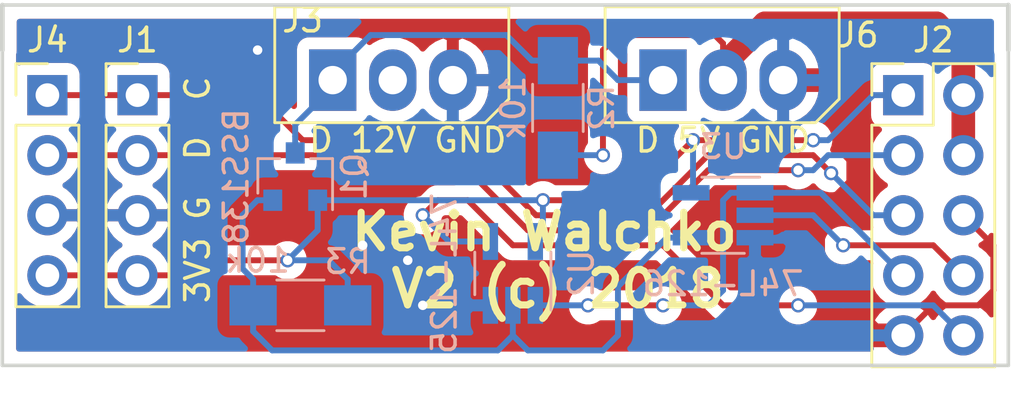
<source format=kicad_pcb>
(kicad_pcb (version 20171130) (host pcbnew 5.1.4-e60b266~84~ubuntu18.04.1)

  (general
    (thickness 1.6)
    (drawings 10)
    (tracks 138)
    (zones 0)
    (modules 10)
    (nets 11)
  )

  (page USLetter)
  (layers
    (0 F.Cu signal)
    (31 B.Cu signal)
    (32 B.Adhes user)
    (33 F.Adhes user)
    (34 B.Paste user)
    (35 F.Paste user)
    (36 B.SilkS user)
    (37 F.SilkS user)
    (38 B.Mask user)
    (39 F.Mask user)
    (40 Dwgs.User user)
    (41 Cmts.User user)
    (42 Eco1.User user)
    (43 Eco2.User user)
    (44 Edge.Cuts user)
    (45 Margin user)
    (46 B.CrtYd user)
    (47 F.CrtYd user)
    (48 B.Fab user)
    (49 F.Fab user)
  )

  (setup
    (last_trace_width 0.25)
    (user_trace_width 1)
    (user_trace_width 1.6)
    (trace_clearance 0.2)
    (zone_clearance 0.508)
    (zone_45_only no)
    (trace_min 0.2)
    (via_size 0.6)
    (via_drill 0.4)
    (via_min_size 0.4)
    (via_min_drill 0.3)
    (uvia_size 0.3)
    (uvia_drill 0.1)
    (uvias_allowed no)
    (uvia_min_size 0.2)
    (uvia_min_drill 0.1)
    (edge_width 0.15)
    (segment_width 0.2)
    (pcb_text_width 0.3)
    (pcb_text_size 1.5 1.5)
    (mod_edge_width 0.15)
    (mod_text_size 1 1)
    (mod_text_width 0.15)
    (pad_size 1.524 1.524)
    (pad_drill 0.762)
    (pad_to_mask_clearance 0.2)
    (solder_mask_min_width 0.25)
    (aux_axis_origin 0 0)
    (visible_elements 7FFFFFFF)
    (pcbplotparams
      (layerselection 0x010f0_ffffffff)
      (usegerberextensions false)
      (usegerberattributes false)
      (usegerberadvancedattributes false)
      (creategerberjobfile false)
      (excludeedgelayer true)
      (linewidth 0.100000)
      (plotframeref false)
      (viasonmask false)
      (mode 1)
      (useauxorigin false)
      (hpglpennumber 1)
      (hpglpenspeed 20)
      (hpglpendiameter 15.000000)
      (psnegative false)
      (psa4output false)
      (plotreference true)
      (plotvalue true)
      (plotinvisibletext false)
      (padsonsilk false)
      (subtractmaskfromsilk false)
      (outputformat 1)
      (mirror false)
      (drillshape 0)
      (scaleselection 1)
      (outputdirectory "gerber/"))
  )

  (net 0 "")
  (net 1 GND)
  (net 2 +5V)
  (net 3 +3V3)
  (net 4 RXI)
  (net 5 TXO)
  (net 6 DATA)
  (net 7 DTR)
  (net 8 "Net-(Q1-Pad2)")
  (net 9 SDA)
  (net 10 SCL)

  (net_class Default "This is the default net class."
    (clearance 0.2)
    (trace_width 0.25)
    (via_dia 0.6)
    (via_drill 0.4)
    (uvia_dia 0.3)
    (uvia_drill 0.1)
    (add_net +3V3)
    (add_net +5V)
    (add_net DATA)
    (add_net DTR)
    (add_net GND)
    (add_net "Net-(Q1-Pad2)")
    (add_net RXI)
    (add_net SCL)
    (add_net SDA)
    (add_net TXO)
  )

  (net_class large ""
    (clearance 0.2)
    (trace_width 0.6)
    (via_dia 0.6)
    (via_drill 0.4)
    (uvia_dia 0.3)
    (uvia_drill 0.1)
  )

  (module Connectors_Molex:Molex_SPOX-5267_22-03-5035_03x2.54mm_Straight (layer F.Cu) (tedit 5B899E3F) (tstamp 5B858B72)
    (at 160.02 59.055)
    (descr "Connector Headers with Friction Lock, 22-03-5035, http://www.molex.com/pdm_docs/ps/PS-5264-001-001.pdf")
    (tags "connector molex SPOX 5267 22-03-5035")
    (path /5B844EA8)
    (fp_text reference J6 (at 8.255 -1.905) (layer F.SilkS)
      (effects (font (size 1 1) (thickness 0.15)))
    )
    (fp_text value 5V/Data (at 2.54 3.175) (layer F.Fab)
      (effects (font (size 1 1) (thickness 0.15)))
    )
    (fp_line (start 6.45 1.8) (end 7.45 0.8) (layer F.SilkS) (width 0.12))
    (fp_line (start -2.45 -3.1) (end -2.45 1.8) (layer F.SilkS) (width 0.12))
    (fp_line (start -2.45 1.8) (end 6.45 1.8) (layer F.SilkS) (width 0.12))
    (fp_line (start 7.45 0.8) (end 7.45 -3.1) (layer F.SilkS) (width 0.12))
    (fp_line (start 7.45 -3.1) (end -2.45 -3.1) (layer F.SilkS) (width 0.12))
    (fp_line (start -2.5 1.85) (end -2.5 -3.15) (layer F.CrtYd) (width 0.05))
    (fp_line (start -2.5 -3.15) (end 7.5 -3.15) (layer F.CrtYd) (width 0.05))
    (fp_line (start 7.5 -3.15) (end 7.5 1.85) (layer F.CrtYd) (width 0.05))
    (fp_line (start 7.5 1.85) (end -2.5 1.85) (layer F.CrtYd) (width 0.05))
    (fp_line (start 7.35 -3) (end -2.35 -3) (layer F.Fab) (width 0.1))
    (fp_line (start 7.35 0.7) (end 7.35 -3) (layer F.Fab) (width 0.1))
    (fp_line (start 6.35 1.7) (end 7.35 0.7) (layer F.Fab) (width 0.1))
    (fp_line (start -2.35 1.7) (end 6.35 1.7) (layer F.Fab) (width 0.1))
    (fp_line (start -2.35 -3) (end -2.35 1.7) (layer F.Fab) (width 0.1))
    (pad 1 thru_hole rect (at 0 0) (size 2 2.6) (drill 1.2) (layers *.Cu *.Mask)
      (net 6 DATA))
    (pad 2 thru_hole oval (at 2.54 0) (size 2 2.6) (drill 1.2) (layers *.Cu *.Mask)
      (net 2 +5V))
    (pad 3 thru_hole oval (at 5.08 0) (size 2 2.6) (drill 1.2) (layers *.Cu *.Mask)
      (net 1 GND))
    (model ${KISYS3DMOD}/Connectors_Molex.3dshapes/Molex_SPOX-5267_22-03-5035_03x2.54mm_Straight.wrl
      (offset (xyz 2.539999961853027 0.5999987909889222 2.899994156446457))
      (scale (xyz 1 1 1))
      (rotate (xyz -90 0 180))
    )
  )

  (module Pin_Headers:Pin_Header_Straight_2x05_Pitch2.54mm (layer F.Cu) (tedit 59650532) (tstamp 5BFA99F2)
    (at 170.18 59.69)
    (descr "Through hole straight pin header, 2x05, 2.54mm pitch, double rows")
    (tags "Through hole pin header THT 2x05 2.54mm double row")
    (path /5BFB75E1)
    (fp_text reference J2 (at 1.27 -2.33) (layer F.SilkS)
      (effects (font (size 1 1) (thickness 0.15)))
    )
    (fp_text value "Pi Header" (at 1.27 12.49) (layer F.Fab)
      (effects (font (size 1 1) (thickness 0.15)))
    )
    (fp_text user %R (at 1.27 5.08 90) (layer F.Fab)
      (effects (font (size 1 1) (thickness 0.15)))
    )
    (fp_line (start 4.35 -1.8) (end -1.8 -1.8) (layer F.CrtYd) (width 0.05))
    (fp_line (start 4.35 11.95) (end 4.35 -1.8) (layer F.CrtYd) (width 0.05))
    (fp_line (start -1.8 11.95) (end 4.35 11.95) (layer F.CrtYd) (width 0.05))
    (fp_line (start -1.8 -1.8) (end -1.8 11.95) (layer F.CrtYd) (width 0.05))
    (fp_line (start -1.33 -1.33) (end 0 -1.33) (layer F.SilkS) (width 0.12))
    (fp_line (start -1.33 0) (end -1.33 -1.33) (layer F.SilkS) (width 0.12))
    (fp_line (start 1.27 -1.33) (end 3.87 -1.33) (layer F.SilkS) (width 0.12))
    (fp_line (start 1.27 1.27) (end 1.27 -1.33) (layer F.SilkS) (width 0.12))
    (fp_line (start -1.33 1.27) (end 1.27 1.27) (layer F.SilkS) (width 0.12))
    (fp_line (start 3.87 -1.33) (end 3.87 11.49) (layer F.SilkS) (width 0.12))
    (fp_line (start -1.33 1.27) (end -1.33 11.49) (layer F.SilkS) (width 0.12))
    (fp_line (start -1.33 11.49) (end 3.87 11.49) (layer F.SilkS) (width 0.12))
    (fp_line (start -1.27 0) (end 0 -1.27) (layer F.Fab) (width 0.1))
    (fp_line (start -1.27 11.43) (end -1.27 0) (layer F.Fab) (width 0.1))
    (fp_line (start 3.81 11.43) (end -1.27 11.43) (layer F.Fab) (width 0.1))
    (fp_line (start 3.81 -1.27) (end 3.81 11.43) (layer F.Fab) (width 0.1))
    (fp_line (start 0 -1.27) (end 3.81 -1.27) (layer F.Fab) (width 0.1))
    (pad 10 thru_hole oval (at 2.54 10.16) (size 1.7 1.7) (drill 1) (layers *.Cu *.Mask)
      (net 4 RXI))
    (pad 9 thru_hole oval (at 0 10.16) (size 1.7 1.7) (drill 1) (layers *.Cu *.Mask)
      (net 1 GND))
    (pad 8 thru_hole oval (at 2.54 7.62) (size 1.7 1.7) (drill 1) (layers *.Cu *.Mask)
      (net 5 TXO))
    (pad 7 thru_hole oval (at 0 7.62) (size 1.7 1.7) (drill 1) (layers *.Cu *.Mask)
      (net 7 DTR))
    (pad 6 thru_hole oval (at 2.54 5.08) (size 1.7 1.7) (drill 1) (layers *.Cu *.Mask)
      (net 1 GND))
    (pad 5 thru_hole oval (at 0 5.08) (size 1.7 1.7) (drill 1) (layers *.Cu *.Mask)
      (net 10 SCL))
    (pad 4 thru_hole oval (at 2.54 2.54) (size 1.7 1.7) (drill 1) (layers *.Cu *.Mask)
      (net 2 +5V))
    (pad 3 thru_hole oval (at 0 2.54) (size 1.7 1.7) (drill 1) (layers *.Cu *.Mask)
      (net 9 SDA))
    (pad 2 thru_hole oval (at 2.54 0) (size 1.7 1.7) (drill 1) (layers *.Cu *.Mask)
      (net 2 +5V))
    (pad 1 thru_hole rect (at 0 0) (size 1.7 1.7) (drill 1) (layers *.Cu *.Mask)
      (net 3 +3V3))
    (model ${KISYS3DMOD}/Pin_Headers.3dshapes/Pin_Header_Straight_2x05_Pitch2.54mm.wrl
      (at (xyz 0 0 0))
      (scale (xyz 1 1 1))
      (rotate (xyz 0 0 0))
    )
  )

  (module Resistors_SMD:R_1206_HandSoldering placed (layer B.Cu) (tedit 5AAD459E) (tstamp 5A83C863)
    (at 155.575 60.23 90)
    (descr "Resistor SMD 1206, hand soldering")
    (tags "resistor 1206")
    (path /5AA2CFFB)
    (attr smd)
    (fp_text reference R2 (at 0 1.85 90) (layer B.SilkS)
      (effects (font (size 1 1) (thickness 0.15)) (justify mirror))
    )
    (fp_text value 10k (at 0 -1.9 90) (layer B.SilkS)
      (effects (font (size 1 1) (thickness 0.15)) (justify mirror))
    )
    (fp_text user %R (at 0 0 90) (layer B.Fab)
      (effects (font (size 0.7 0.7) (thickness 0.105)) (justify mirror))
    )
    (fp_line (start -1.6 -0.8) (end -1.6 0.8) (layer B.Fab) (width 0.1))
    (fp_line (start 1.6 -0.8) (end -1.6 -0.8) (layer B.Fab) (width 0.1))
    (fp_line (start 1.6 0.8) (end 1.6 -0.8) (layer B.Fab) (width 0.1))
    (fp_line (start -1.6 0.8) (end 1.6 0.8) (layer B.Fab) (width 0.1))
    (fp_line (start 1 -1.07) (end -1 -1.07) (layer B.SilkS) (width 0.12))
    (fp_line (start -1 1.07) (end 1 1.07) (layer B.SilkS) (width 0.12))
    (fp_line (start -3.25 1.11) (end 3.25 1.11) (layer B.CrtYd) (width 0.05))
    (fp_line (start -3.25 1.11) (end -3.25 -1.1) (layer B.CrtYd) (width 0.05))
    (fp_line (start 3.25 -1.1) (end 3.25 1.11) (layer B.CrtYd) (width 0.05))
    (fp_line (start 3.25 -1.1) (end -3.25 -1.1) (layer B.CrtYd) (width 0.05))
    (pad 1 smd rect (at -2 0 90) (size 2 1.7) (layers B.Cu B.Paste B.Mask)
      (net 2 +5V))
    (pad 2 smd rect (at 2 0 90) (size 2 1.7) (layers B.Cu B.Paste B.Mask)
      (net 6 DATA))
    (model ${KISYS3DMOD}/Resistors_SMD.3dshapes/R_1206.wrl
      (at (xyz 0 0 0))
      (scale (xyz 1 1 1))
      (rotate (xyz 0 0 0))
    )
  )

  (module Resistors_SMD:R_1206_HandSoldering placed (layer B.Cu) (tedit 5AAD45AA) (tstamp 5C00265E)
    (at 144.685 68.58 180)
    (descr "Resistor SMD 1206, hand soldering")
    (tags "resistor 1206")
    (path /5AA2CFAD)
    (attr smd)
    (fp_text reference R3 (at -2 1.85 180) (layer B.SilkS)
      (effects (font (size 1 1) (thickness 0.15)) (justify mirror))
    )
    (fp_text value 10k (at 1.81 1.905 180) (layer B.SilkS)
      (effects (font (size 1 1) (thickness 0.15)) (justify mirror))
    )
    (fp_text user %R (at 0 0 180) (layer B.Fab)
      (effects (font (size 0.7 0.7) (thickness 0.105)) (justify mirror))
    )
    (fp_line (start -1.6 -0.8) (end -1.6 0.8) (layer B.Fab) (width 0.1))
    (fp_line (start 1.6 -0.8) (end -1.6 -0.8) (layer B.Fab) (width 0.1))
    (fp_line (start 1.6 0.8) (end 1.6 -0.8) (layer B.Fab) (width 0.1))
    (fp_line (start -1.6 0.8) (end 1.6 0.8) (layer B.Fab) (width 0.1))
    (fp_line (start 1 -1.07) (end -1 -1.07) (layer B.SilkS) (width 0.12))
    (fp_line (start -1 1.07) (end 1 1.07) (layer B.SilkS) (width 0.12))
    (fp_line (start -3.25 1.11) (end 3.25 1.11) (layer B.CrtYd) (width 0.05))
    (fp_line (start -3.25 1.11) (end -3.25 -1.1) (layer B.CrtYd) (width 0.05))
    (fp_line (start 3.25 -1.1) (end 3.25 1.11) (layer B.CrtYd) (width 0.05))
    (fp_line (start 3.25 -1.1) (end -3.25 -1.1) (layer B.CrtYd) (width 0.05))
    (pad 1 smd rect (at -2 0 180) (size 2 1.7) (layers B.Cu B.Paste B.Mask)
      (net 3 +3V3))
    (pad 2 smd rect (at 2 0 180) (size 2 1.7) (layers B.Cu B.Paste B.Mask)
      (net 8 "Net-(Q1-Pad2)"))
    (model ${KISYS3DMOD}/Resistors_SMD.3dshapes/R_1206.wrl
      (at (xyz 0 0 0))
      (scale (xyz 1 1 1))
      (rotate (xyz 0 0 0))
    )
  )

  (module TO_SOT_Packages_SMD:SOT-23 (layer B.Cu) (tedit 5AAD4784) (tstamp 5AA2DD10)
    (at 144.465 63.135 90)
    (descr "SOT-23, Standard")
    (tags SOT-23)
    (path /5AAD3B03)
    (attr smd)
    (fp_text reference Q1 (at 0 2.5 90) (layer B.SilkS)
      (effects (font (size 1 1) (thickness 0.15)) (justify mirror))
    )
    (fp_text value BSS138 (at 0 -2.5 90) (layer B.SilkS)
      (effects (font (size 1 1) (thickness 0.15)) (justify mirror))
    )
    (fp_text user %R (at 0 0) (layer B.Fab)
      (effects (font (size 0.5 0.5) (thickness 0.075)) (justify mirror))
    )
    (fp_line (start -0.7 0.95) (end -0.7 -1.5) (layer B.Fab) (width 0.1))
    (fp_line (start -0.15 1.52) (end 0.7 1.52) (layer B.Fab) (width 0.1))
    (fp_line (start -0.7 0.95) (end -0.15 1.52) (layer B.Fab) (width 0.1))
    (fp_line (start 0.7 1.52) (end 0.7 -1.52) (layer B.Fab) (width 0.1))
    (fp_line (start -0.7 -1.52) (end 0.7 -1.52) (layer B.Fab) (width 0.1))
    (fp_line (start 0.76 -1.58) (end 0.76 -0.65) (layer B.SilkS) (width 0.12))
    (fp_line (start 0.76 1.58) (end 0.76 0.65) (layer B.SilkS) (width 0.12))
    (fp_line (start -1.7 1.75) (end 1.7 1.75) (layer B.CrtYd) (width 0.05))
    (fp_line (start 1.7 1.75) (end 1.7 -1.75) (layer B.CrtYd) (width 0.05))
    (fp_line (start 1.7 -1.75) (end -1.7 -1.75) (layer B.CrtYd) (width 0.05))
    (fp_line (start -1.7 -1.75) (end -1.7 1.75) (layer B.CrtYd) (width 0.05))
    (fp_line (start 0.76 1.58) (end -1.4 1.58) (layer B.SilkS) (width 0.12))
    (fp_line (start 0.76 -1.58) (end -0.7 -1.58) (layer B.SilkS) (width 0.12))
    (pad 1 smd rect (at -1 0.95 90) (size 0.9 0.8) (layers B.Cu B.Paste B.Mask)
      (net 3 +3V3))
    (pad 2 smd rect (at -1 -0.95 90) (size 0.9 0.8) (layers B.Cu B.Paste B.Mask)
      (net 8 "Net-(Q1-Pad2)"))
    (pad 3 smd rect (at 1 0 90) (size 0.9 0.8) (layers B.Cu B.Paste B.Mask)
      (net 6 DATA))
    (model ${KISYS3DMOD}/TO_SOT_Packages_SMD.3dshapes/SOT-23.wrl
      (at (xyz 0 0 0))
      (scale (xyz 1 1 1))
      (rotate (xyz 0 0 0))
    )
  )

  (module TO_SOT_Packages_SMD:SOT-23-5_HandSoldering (layer B.Cu) (tedit 5BFD96F3) (tstamp 5AA2E1E8)
    (at 153.67 67.23 90)
    (descr "5-pin SOT23 package")
    (tags "SOT-23-5 hand-soldering")
    (path /5AA2CD3D)
    (attr smd)
    (fp_text reference U2 (at 0 2.9 90) (layer B.SilkS)
      (effects (font (size 1 1) (thickness 0.15)) (justify mirror))
    )
    (fp_text value 74L-125 (at 0 -2.9 90) (layer B.SilkS)
      (effects (font (size 1 1) (thickness 0.15)) (justify mirror))
    )
    (fp_text user %R (at 0 0) (layer B.Fab)
      (effects (font (size 0.5 0.5) (thickness 0.075)) (justify mirror))
    )
    (fp_line (start -0.9 -1.61) (end 0.9 -1.61) (layer B.SilkS) (width 0.12))
    (fp_line (start 0.9 1.61) (end -1.55 1.61) (layer B.SilkS) (width 0.12))
    (fp_line (start -0.9 0.9) (end -0.25 1.55) (layer B.Fab) (width 0.1))
    (fp_line (start 0.9 1.55) (end -0.25 1.55) (layer B.Fab) (width 0.1))
    (fp_line (start -0.9 0.9) (end -0.9 -1.55) (layer B.Fab) (width 0.1))
    (fp_line (start 0.9 -1.55) (end -0.9 -1.55) (layer B.Fab) (width 0.1))
    (fp_line (start 0.9 1.55) (end 0.9 -1.55) (layer B.Fab) (width 0.1))
    (fp_line (start -2.38 1.8) (end 2.38 1.8) (layer B.CrtYd) (width 0.05))
    (fp_line (start -2.38 1.8) (end -2.38 -1.8) (layer B.CrtYd) (width 0.05))
    (fp_line (start 2.38 -1.8) (end 2.38 1.8) (layer B.CrtYd) (width 0.05))
    (fp_line (start 2.38 -1.8) (end -2.38 -1.8) (layer B.CrtYd) (width 0.05))
    (pad 1 smd rect (at -1.35 0.95 90) (size 1.56 0.65) (layers B.Cu B.Paste B.Mask)
      (net 7 DTR))
    (pad 2 smd rect (at -1.35 0 90) (size 1.56 0.65) (layers B.Cu B.Paste B.Mask)
      (net 8 "Net-(Q1-Pad2)"))
    (pad 3 smd rect (at -1.35 -0.95 90) (size 1.56 0.65) (layers B.Cu B.Paste B.Mask)
      (net 1 GND))
    (pad 4 smd rect (at 1.35 -0.95 90) (size 1.56 0.65) (layers B.Cu B.Paste B.Mask)
      (net 4 RXI))
    (pad 5 smd rect (at 1.35 0.95 90) (size 1.56 0.65) (layers B.Cu B.Paste B.Mask)
      (net 3 +3V3))
    (model ${KISYS3DMOD}/TO_SOT_Packages_SMD.3dshapes\SOT-23-5.wrl
      (at (xyz 0 0 0))
      (scale (xyz 1 1 1))
      (rotate (xyz 0 0 0))
    )
  )

  (module TO_SOT_Packages_SMD:SOT-23-5_HandSoldering (layer B.Cu) (tedit 5BFD96E8) (tstamp 5AA2E1F8)
    (at 162.56 64.77 180)
    (descr "5-pin SOT23 package")
    (tags "SOT-23-5 hand-soldering")
    (path /5AA2CDC6)
    (attr smd)
    (fp_text reference U3 (at 0 2.9 180) (layer B.SilkS)
      (effects (font (size 1 1) (thickness 0.15)) (justify mirror))
    )
    (fp_text value 74L-126 (at 0 -2.9 180) (layer B.SilkS)
      (effects (font (size 1 1) (thickness 0.15)) (justify mirror))
    )
    (fp_text user %R (at 0 0 90) (layer B.Fab)
      (effects (font (size 0.5 0.5) (thickness 0.075)) (justify mirror))
    )
    (fp_line (start -0.9 -1.61) (end 0.9 -1.61) (layer B.SilkS) (width 0.12))
    (fp_line (start 0.9 1.61) (end -1.55 1.61) (layer B.SilkS) (width 0.12))
    (fp_line (start -0.9 0.9) (end -0.25 1.55) (layer B.Fab) (width 0.1))
    (fp_line (start 0.9 1.55) (end -0.25 1.55) (layer B.Fab) (width 0.1))
    (fp_line (start -0.9 0.9) (end -0.9 -1.55) (layer B.Fab) (width 0.1))
    (fp_line (start 0.9 -1.55) (end -0.9 -1.55) (layer B.Fab) (width 0.1))
    (fp_line (start 0.9 1.55) (end 0.9 -1.55) (layer B.Fab) (width 0.1))
    (fp_line (start -2.38 1.8) (end 2.38 1.8) (layer B.CrtYd) (width 0.05))
    (fp_line (start -2.38 1.8) (end -2.38 -1.8) (layer B.CrtYd) (width 0.05))
    (fp_line (start 2.38 -1.8) (end 2.38 1.8) (layer B.CrtYd) (width 0.05))
    (fp_line (start 2.38 -1.8) (end -2.38 -1.8) (layer B.CrtYd) (width 0.05))
    (pad 1 smd rect (at -1.35 0.95 180) (size 1.56 0.65) (layers B.Cu B.Paste B.Mask)
      (net 7 DTR))
    (pad 2 smd rect (at -1.35 0 180) (size 1.56 0.65) (layers B.Cu B.Paste B.Mask)
      (net 5 TXO))
    (pad 3 smd rect (at -1.35 -0.95 180) (size 1.56 0.65) (layers B.Cu B.Paste B.Mask)
      (net 1 GND))
    (pad 4 smd rect (at 1.35 -0.95 180) (size 1.56 0.65) (layers B.Cu B.Paste B.Mask)
      (net 8 "Net-(Q1-Pad2)"))
    (pad 5 smd rect (at 1.35 0.95 180) (size 1.56 0.65) (layers B.Cu B.Paste B.Mask)
      (net 3 +3V3))
    (model ${KISYS3DMOD}/TO_SOT_Packages_SMD.3dshapes\SOT-23-5.wrl
      (at (xyz 0 0 0))
      (scale (xyz 1 1 1))
      (rotate (xyz 0 0 0))
    )
  )

  (module Pin_Headers:Pin_Header_Straight_1x04_Pitch2.54mm (layer F.Cu) (tedit 59650532) (tstamp 5B8893E6)
    (at 133.985 59.69)
    (descr "Through hole straight pin header, 1x04, 2.54mm pitch, single row")
    (tags "Through hole pin header THT 1x04 2.54mm single row")
    (path /5B8893A7)
    (fp_text reference J4 (at 0 -2.33) (layer F.SilkS)
      (effects (font (size 1 1) (thickness 0.15)))
    )
    (fp_text value i2c (at 0 9.95) (layer F.Fab)
      (effects (font (size 1 1) (thickness 0.15)))
    )
    (fp_line (start -0.635 -1.27) (end 1.27 -1.27) (layer F.Fab) (width 0.1))
    (fp_line (start 1.27 -1.27) (end 1.27 8.89) (layer F.Fab) (width 0.1))
    (fp_line (start 1.27 8.89) (end -1.27 8.89) (layer F.Fab) (width 0.1))
    (fp_line (start -1.27 8.89) (end -1.27 -0.635) (layer F.Fab) (width 0.1))
    (fp_line (start -1.27 -0.635) (end -0.635 -1.27) (layer F.Fab) (width 0.1))
    (fp_line (start -1.33 8.95) (end 1.33 8.95) (layer F.SilkS) (width 0.12))
    (fp_line (start -1.33 1.27) (end -1.33 8.95) (layer F.SilkS) (width 0.12))
    (fp_line (start 1.33 1.27) (end 1.33 8.95) (layer F.SilkS) (width 0.12))
    (fp_line (start -1.33 1.27) (end 1.33 1.27) (layer F.SilkS) (width 0.12))
    (fp_line (start -1.33 0) (end -1.33 -1.33) (layer F.SilkS) (width 0.12))
    (fp_line (start -1.33 -1.33) (end 0 -1.33) (layer F.SilkS) (width 0.12))
    (fp_line (start -1.8 -1.8) (end -1.8 9.4) (layer F.CrtYd) (width 0.05))
    (fp_line (start -1.8 9.4) (end 1.8 9.4) (layer F.CrtYd) (width 0.05))
    (fp_line (start 1.8 9.4) (end 1.8 -1.8) (layer F.CrtYd) (width 0.05))
    (fp_line (start 1.8 -1.8) (end -1.8 -1.8) (layer F.CrtYd) (width 0.05))
    (fp_text user %R (at 0 3.81 -270) (layer F.Fab)
      (effects (font (size 1 1) (thickness 0.15)))
    )
    (pad 1 thru_hole rect (at 0 0) (size 1.7 1.7) (drill 1) (layers *.Cu *.Mask)
      (net 10 SCL))
    (pad 2 thru_hole oval (at 0 2.54) (size 1.7 1.7) (drill 1) (layers *.Cu *.Mask)
      (net 9 SDA))
    (pad 3 thru_hole oval (at 0 5.08) (size 1.7 1.7) (drill 1) (layers *.Cu *.Mask)
      (net 1 GND))
    (pad 4 thru_hole oval (at 0 7.62) (size 1.7 1.7) (drill 1) (layers *.Cu *.Mask)
      (net 3 +3V3))
    (model ${KISYS3DMOD}/Pin_Headers.3dshapes/Pin_Header_Straight_1x04_Pitch2.54mm.wrl
      (at (xyz 0 0 0))
      (scale (xyz 1 1 1))
      (rotate (xyz 0 0 0))
    )
  )

  (module Pin_Headers:Pin_Header_Straight_1x04_Pitch2.54mm (layer F.Cu) (tedit 59650532) (tstamp 5BFA92B5)
    (at 137.795 59.69)
    (descr "Through hole straight pin header, 1x04, 2.54mm pitch, single row")
    (tags "Through hole pin header THT 1x04 2.54mm single row")
    (path /5BFA42D0)
    (fp_text reference J1 (at 0 -2.33) (layer F.SilkS)
      (effects (font (size 1 1) (thickness 0.15)))
    )
    (fp_text value i2c (at 0 9.95) (layer F.Fab)
      (effects (font (size 1 1) (thickness 0.15)))
    )
    (fp_text user %R (at 0 3.81 90) (layer F.Fab)
      (effects (font (size 1 1) (thickness 0.15)))
    )
    (fp_line (start 1.8 -1.8) (end -1.8 -1.8) (layer F.CrtYd) (width 0.05))
    (fp_line (start 1.8 9.4) (end 1.8 -1.8) (layer F.CrtYd) (width 0.05))
    (fp_line (start -1.8 9.4) (end 1.8 9.4) (layer F.CrtYd) (width 0.05))
    (fp_line (start -1.8 -1.8) (end -1.8 9.4) (layer F.CrtYd) (width 0.05))
    (fp_line (start -1.33 -1.33) (end 0 -1.33) (layer F.SilkS) (width 0.12))
    (fp_line (start -1.33 0) (end -1.33 -1.33) (layer F.SilkS) (width 0.12))
    (fp_line (start -1.33 1.27) (end 1.33 1.27) (layer F.SilkS) (width 0.12))
    (fp_line (start 1.33 1.27) (end 1.33 8.95) (layer F.SilkS) (width 0.12))
    (fp_line (start -1.33 1.27) (end -1.33 8.95) (layer F.SilkS) (width 0.12))
    (fp_line (start -1.33 8.95) (end 1.33 8.95) (layer F.SilkS) (width 0.12))
    (fp_line (start -1.27 -0.635) (end -0.635 -1.27) (layer F.Fab) (width 0.1))
    (fp_line (start -1.27 8.89) (end -1.27 -0.635) (layer F.Fab) (width 0.1))
    (fp_line (start 1.27 8.89) (end -1.27 8.89) (layer F.Fab) (width 0.1))
    (fp_line (start 1.27 -1.27) (end 1.27 8.89) (layer F.Fab) (width 0.1))
    (fp_line (start -0.635 -1.27) (end 1.27 -1.27) (layer F.Fab) (width 0.1))
    (pad 4 thru_hole oval (at 0 7.62) (size 1.7 1.7) (drill 1) (layers *.Cu *.Mask)
      (net 3 +3V3))
    (pad 3 thru_hole oval (at 0 5.08) (size 1.7 1.7) (drill 1) (layers *.Cu *.Mask)
      (net 1 GND))
    (pad 2 thru_hole oval (at 0 2.54) (size 1.7 1.7) (drill 1) (layers *.Cu *.Mask)
      (net 9 SDA))
    (pad 1 thru_hole rect (at 0 0) (size 1.7 1.7) (drill 1) (layers *.Cu *.Mask)
      (net 10 SCL))
    (model ${KISYS3DMOD}/Pin_Headers.3dshapes/Pin_Header_Straight_1x04_Pitch2.54mm.wrl
      (at (xyz 0 0 0))
      (scale (xyz 1 1 1))
      (rotate (xyz 0 0 0))
    )
  )

  (module Connectors_Molex:Molex_SPOX-5267_22-03-5035_03x2.54mm_Straight (layer F.Cu) (tedit 5BFDA396) (tstamp 5BFDA9E4)
    (at 146.05 59.055)
    (descr "Connector Headers with Friction Lock, 22-03-5035, http://www.molex.com/pdm_docs/ps/PS-5264-001-001.pdf")
    (tags "connector molex SPOX 5267 22-03-5035")
    (path /5BFDAA78)
    (fp_text reference J3 (at -1.27 -2.54) (layer F.SilkS)
      (effects (font (size 1 1) (thickness 0.15)))
    )
    (fp_text value 12V/Data (at 2.54 2.54) (layer F.Fab)
      (effects (font (size 1 1) (thickness 0.15)))
    )
    (fp_line (start -2.35 -3) (end -2.35 1.7) (layer F.Fab) (width 0.1))
    (fp_line (start -2.35 1.7) (end 6.35 1.7) (layer F.Fab) (width 0.1))
    (fp_line (start 6.35 1.7) (end 7.35 0.7) (layer F.Fab) (width 0.1))
    (fp_line (start 7.35 0.7) (end 7.35 -3) (layer F.Fab) (width 0.1))
    (fp_line (start 7.35 -3) (end -2.35 -3) (layer F.Fab) (width 0.1))
    (fp_line (start 7.5 1.85) (end -2.5 1.85) (layer F.CrtYd) (width 0.05))
    (fp_line (start 7.5 -3.15) (end 7.5 1.85) (layer F.CrtYd) (width 0.05))
    (fp_line (start -2.5 -3.15) (end 7.5 -3.15) (layer F.CrtYd) (width 0.05))
    (fp_line (start -2.5 1.85) (end -2.5 -3.15) (layer F.CrtYd) (width 0.05))
    (fp_line (start 7.45 -3.1) (end -2.45 -3.1) (layer F.SilkS) (width 0.12))
    (fp_line (start 7.45 0.8) (end 7.45 -3.1) (layer F.SilkS) (width 0.12))
    (fp_line (start -2.45 1.8) (end 6.45 1.8) (layer F.SilkS) (width 0.12))
    (fp_line (start -2.45 -3.1) (end -2.45 1.8) (layer F.SilkS) (width 0.12))
    (fp_line (start 6.45 1.8) (end 7.45 0.8) (layer F.SilkS) (width 0.12))
    (pad 3 thru_hole oval (at 5.08 0) (size 2 2.6) (drill 1.2) (layers *.Cu *.Mask)
      (net 1 GND))
    (pad 2 thru_hole oval (at 2.54 0) (size 2 2.6) (drill 1.2) (layers *.Cu *.Mask))
    (pad 1 thru_hole rect (at 0 0) (size 2 2.6) (drill 1.2) (layers *.Cu *.Mask)
      (net 6 DATA))
    (model ${KISYS3DMOD}/Connectors_Molex.3dshapes/Molex_SPOX-5267_22-03-5035_03x2.54mm_Straight.wrl
      (offset (xyz 2.539999961853027 0.5999987909889222 2.899994156446457))
      (scale (xyz 1 1 1))
      (rotate (xyz -90 0 180))
    )
  )

  (gr_text "D 12V GND" (at 149.225 61.595) (layer F.SilkS) (tstamp 5BFDAD6A)
    (effects (font (size 1 1) (thickness 0.15)))
  )
  (gr_line (start 132.08 57.785) (end 132.08 55.88) (layer Edge.Cuts) (width 0.2))
  (gr_line (start 174.625 57.785) (end 174.625 55.88) (layer Edge.Cuts) (width 0.2))
  (gr_line (start 132.08 71.12) (end 132.08 57.785) (layer Edge.Cuts) (width 0.15))
  (gr_line (start 174.625 71.12) (end 132.08 71.12) (layer Edge.Cuts) (width 0.15) (tstamp 5BFB9257))
  (gr_line (start 174.625 57.785) (end 174.625 71.12) (layer Edge.Cuts) (width 0.15))
  (gr_line (start 174.625 55.88) (end 132.08 55.88) (layer Edge.Cuts) (width 0.15))
  (gr_text "3V3 G  D  C" (at 140.335 68.58 90) (layer F.SilkS) (tstamp 5BFDAD83)
    (effects (font (size 1 1) (thickness 0.15)) (justify left))
  )
  (gr_text "D 5V GND" (at 162.56 61.595) (layer F.SilkS) (tstamp 5BFDAD66)
    (effects (font (size 1 1) (thickness 0.15)))
  )
  (gr_text "Kevin Walchko \nV2 (c) 2018" (at 155.575 66.675) (layer F.SilkS) (tstamp 5BFA95FA)
    (effects (font (size 1.5 1.5) (thickness 0.3)))
  )

  (segment (start 168.91 69.85) (end 170.18 69.85) (width 1) (layer F.Cu) (net 1))
  (segment (start 167.1 59.055) (end 168.275 60.23) (width 1) (layer F.Cu) (net 1))
  (segment (start 165.1 59.055) (end 167.1 59.055) (width 1) (layer F.Cu) (net 1))
  (segment (start 168.275 63.5) (end 166.37 65.405) (width 1) (layer F.Cu) (net 1))
  (segment (start 166.37 65.405) (end 166.37 67.31) (width 1) (layer F.Cu) (net 1))
  (segment (start 168.275 60.23) (end 168.275 63.5) (width 1) (layer F.Cu) (net 1))
  (segment (start 166.37 67.31) (end 168.91 69.85) (width 1) (layer F.Cu) (net 1))
  (segment (start 173.99 66.04) (end 172.72 64.77) (width 0.25) (layer F.Cu) (net 1))
  (segment (start 173.99 67.945) (end 173.99 66.04) (width 0.25) (layer F.Cu) (net 1))
  (segment (start 173.355 68.58) (end 173.99 67.945) (width 0.25) (layer F.Cu) (net 1))
  (segment (start 170.18 69.85) (end 171.45 68.58) (width 0.25) (layer F.Cu) (net 1))
  (segment (start 171.45 68.58) (end 173.355 68.58) (width 0.25) (layer F.Cu) (net 1))
  (via (at 142.875 57.785) (size 0.6) (drill 0.4) (layers F.Cu B.Cu) (net 1))
  (via (at 149.225 66.675) (size 0.6) (drill 0.4) (layers F.Cu B.Cu) (net 1))
  (via (at 149.86 68.58) (size 0.6) (drill 0.4) (layers F.Cu B.Cu) (net 1))
  (via (at 147.32 66.04) (size 0.6) (drill 0.4) (layers F.Cu B.Cu) (net 1))
  (segment (start 162.56 59.055) (end 162.56 58.42) (width 1) (layer F.Cu) (net 2))
  (segment (start 162.56 58.42) (end 164.32499 56.65501) (width 1) (layer F.Cu) (net 2))
  (segment (start 164.32499 56.65501) (end 171.59001 56.65501) (width 1) (layer F.Cu) (net 2))
  (segment (start 172.72 57.785) (end 172.72 59.69) (width 1) (layer F.Cu) (net 2))
  (segment (start 171.59001 56.65501) (end 172.72 57.785) (width 1) (layer F.Cu) (net 2))
  (segment (start 172.72 59.69) (end 172.72 62.23) (width 1) (layer F.Cu) (net 2))
  (segment (start 162.56 59.055) (end 162.56 58.755) (width 0.25) (layer F.Cu) (net 2))
  (segment (start 162.56 58.755) (end 162.56 57.785) (width 0.25) (layer F.Cu) (net 2))
  (segment (start 162.56 57.505) (end 162.205 57.15) (width 0.25) (layer F.Cu) (net 2))
  (segment (start 162.56 59.055) (end 162.56 57.505) (width 0.25) (layer F.Cu) (net 2))
  (segment (start 162.205 57.15) (end 158.115 57.15) (width 0.25) (layer F.Cu) (net 2))
  (via (at 157.48 62.23) (size 0.6) (drill 0.4) (layers F.Cu B.Cu) (net 2))
  (segment (start 158.115 57.15) (end 157.48 57.785) (width 0.25) (layer F.Cu) (net 2))
  (segment (start 157.48 57.785) (end 157.48 62.23) (width 0.25) (layer F.Cu) (net 2))
  (segment (start 157.48 62.23) (end 155.575 62.23) (width 0.25) (layer B.Cu) (net 2))
  (via (at 161.29 61.595) (size 0.6) (drill 0.4) (layers F.Cu B.Cu) (net 3))
  (segment (start 166.37 61.595) (end 161.29 61.595) (width 0.25) (layer F.Cu) (net 3))
  (segment (start 161.29 63.74) (end 161.21 63.82) (width 0.25) (layer B.Cu) (net 3))
  (segment (start 161.29 61.595) (end 161.29 63.74) (width 0.25) (layer B.Cu) (net 3))
  (via (at 154.94 64.135) (size 0.6) (drill 0.4) (layers F.Cu B.Cu) (net 3))
  (segment (start 161.29 61.595) (end 158.75 64.135) (width 0.25) (layer F.Cu) (net 3))
  (segment (start 158.75 64.135) (end 154.94 64.135) (width 0.25) (layer F.Cu) (net 3))
  (segment (start 154.94 65.56) (end 154.62 65.88) (width 0.25) (layer B.Cu) (net 3))
  (segment (start 154.94 64.135) (end 154.94 65.56) (width 0.25) (layer B.Cu) (net 3))
  (segment (start 154.94 64.135) (end 145.415 64.135) (width 0.25) (layer B.Cu) (net 3))
  (segment (start 145.415 64.135) (end 145.415 65.405) (width 0.25) (layer B.Cu) (net 3))
  (segment (start 145.415 65.405) (end 144.145 66.675) (width 0.25) (layer B.Cu) (net 3))
  (via (at 144.145 66.675) (size 0.6) (drill 0.4) (layers F.Cu B.Cu) (net 3))
  (segment (start 144.145 66.675) (end 140.97 66.675) (width 0.25) (layer F.Cu) (net 3))
  (segment (start 140.335 67.31) (end 137.795 67.31) (width 0.25) (layer F.Cu) (net 3))
  (segment (start 140.97 66.675) (end 140.335 67.31) (width 0.25) (layer F.Cu) (net 3))
  (segment (start 137.795 67.31) (end 133.985 67.31) (width 0.25) (layer F.Cu) (net 3))
  (segment (start 146.685 67.48) (end 146.685 68.58) (width 0.25) (layer B.Cu) (net 3))
  (segment (start 145.88 66.675) (end 146.685 67.48) (width 0.25) (layer B.Cu) (net 3))
  (segment (start 144.145 66.675) (end 145.88 66.675) (width 0.25) (layer B.Cu) (net 3))
  (via (at 166.37 61.595) (size 0.6) (drill 0.4) (layers F.Cu B.Cu) (net 3))
  (via (at 166.37 61.595) (size 0.6) (drill 0.4) (layers F.Cu B.Cu) (net 3))
  (segment (start 166.37 61.595) (end 167.005 61.595) (width 0.25) (layer B.Cu) (net 3))
  (segment (start 168.91 59.69) (end 170.18 59.69) (width 0.25) (layer B.Cu) (net 3))
  (segment (start 167.005 61.595) (end 168.91 59.69) (width 0.25) (layer B.Cu) (net 3))
  (segment (start 162.56 68.58) (end 160.02 66.04) (width 0.25) (layer F.Cu) (net 4))
  (segment (start 160.02 66.04) (end 153.67 66.04) (width 0.25) (layer F.Cu) (net 4))
  (segment (start 153.67 66.04) (end 151.765 64.135) (width 0.25) (layer F.Cu) (net 4))
  (segment (start 151.765 64.135) (end 150.495 64.135) (width 0.25) (layer F.Cu) (net 4))
  (via (at 149.86 64.77) (size 0.6) (drill 0.4) (layers F.Cu B.Cu) (net 4))
  (segment (start 150.495 64.135) (end 149.86 64.77) (width 0.25) (layer F.Cu) (net 4))
  (segment (start 150.97 65.88) (end 152.72 65.88) (width 0.25) (layer B.Cu) (net 4))
  (segment (start 149.86 64.77) (end 150.97 65.88) (width 0.25) (layer B.Cu) (net 4))
  (segment (start 172.72 69.85) (end 171.870001 69.000001) (width 0.25) (layer B.Cu) (net 4))
  (segment (start 171.45 68.58) (end 167.64 68.58) (width 0.25) (layer B.Cu) (net 4))
  (segment (start 171.870001 69.000001) (end 171.45 68.58) (width 0.25) (layer B.Cu) (net 4))
  (via (at 165.735 68.58) (size 0.6) (drill 0.4) (layers F.Cu B.Cu) (net 4))
  (segment (start 167.64 68.58) (end 165.735 68.58) (width 0.25) (layer B.Cu) (net 4))
  (segment (start 165.735 68.58) (end 162.56 68.58) (width 0.25) (layer F.Cu) (net 4))
  (segment (start 172.72 67.31) (end 171.870001 66.460001) (width 0.25) (layer F.Cu) (net 5))
  (via (at 167.64 66.04) (size 0.6) (drill 0.4) (layers F.Cu B.Cu) (net 5))
  (segment (start 171.870001 66.460001) (end 171.45 66.04) (width 0.25) (layer F.Cu) (net 5))
  (segment (start 171.45 66.04) (end 167.64 66.04) (width 0.25) (layer F.Cu) (net 5))
  (segment (start 167.64 66.04) (end 166.37 64.77) (width 0.25) (layer B.Cu) (net 5))
  (segment (start 166.37 64.77) (end 163.91 64.77) (width 0.25) (layer B.Cu) (net 5))
  (segment (start 160.02 59.055) (end 158.115 59.055) (width 0.25) (layer B.Cu) (net 6))
  (segment (start 157.29 58.23) (end 155.575 58.23) (width 0.25) (layer B.Cu) (net 6))
  (segment (start 158.115 59.055) (end 157.29 58.23) (width 0.25) (layer B.Cu) (net 6))
  (segment (start 154.475 58.23) (end 153.395 57.15) (width 0.25) (layer B.Cu) (net 6))
  (segment (start 155.575 58.23) (end 154.475 58.23) (width 0.25) (layer B.Cu) (net 6))
  (segment (start 146.05 58.755) (end 146.05 59.055) (width 0.25) (layer B.Cu) (net 6))
  (segment (start 147.655 57.15) (end 146.05 58.755) (width 0.25) (layer B.Cu) (net 6))
  (segment (start 153.395 57.15) (end 147.655 57.15) (width 0.25) (layer B.Cu) (net 6))
  (segment (start 144.465 61.435) (end 144.465 62.135) (width 0.25) (layer B.Cu) (net 6))
  (segment (start 144.465 60.94) (end 144.465 61.435) (width 0.25) (layer B.Cu) (net 6))
  (segment (start 146.05 59.355) (end 144.465 60.94) (width 0.25) (layer B.Cu) (net 6))
  (segment (start 146.05 59.055) (end 146.05 59.355) (width 0.25) (layer B.Cu) (net 6))
  (segment (start 166.69 63.82) (end 163.91 63.82) (width 0.25) (layer B.Cu) (net 7))
  (segment (start 170.18 67.31) (end 166.69 63.82) (width 0.25) (layer B.Cu) (net 7))
  (segment (start 162.88 63.82) (end 162.56 64.14) (width 0.25) (layer B.Cu) (net 7))
  (segment (start 163.91 63.82) (end 162.88 63.82) (width 0.25) (layer B.Cu) (net 7))
  (segment (start 162.56 64.14) (end 162.56 67.31) (width 0.25) (layer B.Cu) (net 7))
  (segment (start 162.56 67.31) (end 162.56 67.945) (width 0.25) (layer B.Cu) (net 7))
  (via (at 160.02 68.58) (size 0.6) (drill 0.4) (layers F.Cu B.Cu) (net 7))
  (segment (start 162.56 67.945) (end 161.925 68.58) (width 0.25) (layer B.Cu) (net 7))
  (segment (start 161.925 68.58) (end 160.02 68.58) (width 0.25) (layer B.Cu) (net 7))
  (segment (start 160.02 68.58) (end 156.845 68.58) (width 0.25) (layer F.Cu) (net 7))
  (via (at 156.845 68.58) (size 0.6) (drill 0.4) (layers F.Cu B.Cu) (net 7))
  (segment (start 156.845 68.58) (end 154.62 68.58) (width 0.25) (layer B.Cu) (net 7))
  (segment (start 142.685 69.68) (end 143.49 70.485) (width 0.25) (layer B.Cu) (net 8))
  (segment (start 142.685 68.58) (end 142.685 69.68) (width 0.25) (layer B.Cu) (net 8))
  (segment (start 143.49 70.485) (end 153.035 70.485) (width 0.25) (layer B.Cu) (net 8))
  (segment (start 153.67 69.85) (end 153.67 68.58) (width 0.25) (layer B.Cu) (net 8))
  (segment (start 153.035 70.485) (end 153.67 69.85) (width 0.25) (layer B.Cu) (net 8))
  (segment (start 142.865 64.135) (end 143.515 64.135) (width 0.25) (layer B.Cu) (net 8))
  (segment (start 142.24 64.76) (end 142.865 64.135) (width 0.25) (layer B.Cu) (net 8))
  (segment (start 142.24 67.035) (end 142.24 64.76) (width 0.25) (layer B.Cu) (net 8))
  (segment (start 142.685 67.48) (end 142.24 67.035) (width 0.25) (layer B.Cu) (net 8))
  (segment (start 142.685 68.58) (end 142.685 67.48) (width 0.25) (layer B.Cu) (net 8))
  (segment (start 160.18 65.72) (end 158.115 67.785) (width 0.25) (layer B.Cu) (net 8))
  (segment (start 161.21 65.72) (end 160.18 65.72) (width 0.25) (layer B.Cu) (net 8))
  (segment (start 158.115 67.785) (end 158.115 69.85) (width 0.25) (layer B.Cu) (net 8))
  (segment (start 158.115 69.85) (end 157.48 70.485) (width 0.25) (layer B.Cu) (net 8))
  (segment (start 154.305 70.485) (end 153.67 69.85) (width 0.25) (layer B.Cu) (net 8))
  (segment (start 157.48 70.485) (end 154.305 70.485) (width 0.25) (layer B.Cu) (net 8))
  (segment (start 137.795 62.23) (end 133.985 62.23) (width 0.25) (layer F.Cu) (net 9))
  (segment (start 137.795 62.23) (end 151.13 62.23) (width 0.25) (layer F.Cu) (net 9))
  (segment (start 151.13 62.23) (end 154.305 65.405) (width 0.25) (layer F.Cu) (net 9))
  (segment (start 159.38641 65.405) (end 161.92641 62.865) (width 0.25) (layer F.Cu) (net 9))
  (segment (start 154.305 65.405) (end 159.38641 65.405) (width 0.25) (layer F.Cu) (net 9))
  (via (at 165.735 62.865) (size 0.6) (drill 0.4) (layers F.Cu B.Cu) (net 9))
  (segment (start 161.92641 62.865) (end 165.735 62.865) (width 0.25) (layer F.Cu) (net 9))
  (segment (start 165.735 62.865) (end 166.37 62.865) (width 0.25) (layer B.Cu) (net 9))
  (segment (start 167.005 62.23) (end 170.18 62.23) (width 0.25) (layer B.Cu) (net 9))
  (segment (start 166.37 62.865) (end 167.005 62.23) (width 0.25) (layer B.Cu) (net 9))
  (segment (start 166.37 62.23) (end 161.925 62.23) (width 0.25) (layer F.Cu) (net 10))
  (segment (start 161.925 62.23) (end 159.385 64.77) (width 0.25) (layer F.Cu) (net 10))
  (segment (start 154.649998 64.77) (end 151.474998 61.595) (width 0.25) (layer F.Cu) (net 10))
  (segment (start 159.385 64.77) (end 154.649998 64.77) (width 0.25) (layer F.Cu) (net 10))
  (segment (start 151.474998 61.595) (end 144.78 61.595) (width 0.25) (layer F.Cu) (net 10))
  (segment (start 142.875 59.69) (end 137.795 59.69) (width 0.25) (layer F.Cu) (net 10))
  (segment (start 144.78 61.595) (end 142.875 59.69) (width 0.25) (layer F.Cu) (net 10))
  (segment (start 137.795 59.69) (end 133.985 59.69) (width 0.25) (layer F.Cu) (net 10))
  (via (at 167.129442 62.989442) (size 0.6) (drill 0.4) (layers F.Cu B.Cu) (net 10))
  (segment (start 166.37 62.23) (end 167.129442 62.989442) (width 0.25) (layer F.Cu) (net 10))
  (segment (start 168.91 64.77) (end 170.18 64.77) (width 0.25) (layer B.Cu) (net 10))
  (segment (start 167.129442 62.989442) (end 168.91 64.77) (width 0.25) (layer B.Cu) (net 10))

  (zone (net 1) (net_name GND) (layer F.Cu) (tstamp 5C002857) (hatch edge 0.508)
    (connect_pads (clearance 0.508))
    (min_thickness 0.254)
    (fill yes (arc_segments 16) (thermal_gap 0.508) (thermal_bridge_width 0.508))
    (polygon
      (pts
        (xy 132.08 55.88) (xy 174.625 55.88) (xy 174.625 71.12) (xy 132.08 71.12)
      )
    )
    (filled_polygon
      (pts
        (xy 171.585 58.255132) (xy 171.585 58.531273) (xy 171.560537 58.485506) (xy 171.481185 58.388815) (xy 171.384494 58.309463)
        (xy 171.27418 58.250498) (xy 171.154482 58.214188) (xy 171.03 58.201928) (xy 169.33 58.201928) (xy 169.205518 58.214188)
        (xy 169.08582 58.250498) (xy 168.975506 58.309463) (xy 168.878815 58.388815) (xy 168.799463 58.485506) (xy 168.740498 58.59582)
        (xy 168.704188 58.715518) (xy 168.691928 58.84) (xy 168.691928 60.54) (xy 168.704188 60.664482) (xy 168.740498 60.78418)
        (xy 168.799463 60.894494) (xy 168.878815 60.991185) (xy 168.975506 61.070537) (xy 169.08582 61.129502) (xy 169.154687 61.150393)
        (xy 169.124866 61.174866) (xy 168.939294 61.400986) (xy 168.801401 61.658966) (xy 168.716487 61.938889) (xy 168.687815 62.23)
        (xy 168.716487 62.521111) (xy 168.801401 62.801034) (xy 168.939294 63.059014) (xy 169.124866 63.285134) (xy 169.350986 63.470706)
        (xy 169.405791 63.5) (xy 169.350986 63.529294) (xy 169.124866 63.714866) (xy 168.939294 63.940986) (xy 168.801401 64.198966)
        (xy 168.716487 64.478889) (xy 168.687815 64.77) (xy 168.716487 65.061111) (xy 168.782886 65.28) (xy 168.185535 65.28)
        (xy 168.082889 65.211414) (xy 167.912729 65.140932) (xy 167.732089 65.105) (xy 167.547911 65.105) (xy 167.367271 65.140932)
        (xy 167.197111 65.211414) (xy 167.043972 65.313738) (xy 166.913738 65.443972) (xy 166.811414 65.597111) (xy 166.740932 65.767271)
        (xy 166.705 65.947911) (xy 166.705 66.132089) (xy 166.740932 66.312729) (xy 166.811414 66.482889) (xy 166.913738 66.636028)
        (xy 167.043972 66.766262) (xy 167.197111 66.868586) (xy 167.367271 66.939068) (xy 167.547911 66.975) (xy 167.732089 66.975)
        (xy 167.912729 66.939068) (xy 168.082889 66.868586) (xy 168.185535 66.8) (xy 168.782886 66.8) (xy 168.716487 67.018889)
        (xy 168.687815 67.31) (xy 168.716487 67.601111) (xy 168.801401 67.881034) (xy 168.939294 68.139014) (xy 169.124866 68.365134)
        (xy 169.350986 68.550706) (xy 169.415523 68.585201) (xy 169.298645 68.654822) (xy 169.082412 68.849731) (xy 168.908359 69.08308)
        (xy 168.783175 69.345901) (xy 168.738524 69.49311) (xy 168.859845 69.723) (xy 170.053 69.723) (xy 170.053 69.703)
        (xy 170.307 69.703) (xy 170.307 69.723) (xy 170.327 69.723) (xy 170.327 69.977) (xy 170.307 69.977)
        (xy 170.307 69.997) (xy 170.053 69.997) (xy 170.053 69.977) (xy 168.859845 69.977) (xy 168.738524 70.20689)
        (xy 168.783175 70.354099) (xy 168.809801 70.41) (xy 132.79 70.41) (xy 132.79 68.194707) (xy 132.929866 68.365134)
        (xy 133.155986 68.550706) (xy 133.413966 68.688599) (xy 133.693889 68.773513) (xy 133.91205 68.795) (xy 134.05795 68.795)
        (xy 134.276111 68.773513) (xy 134.556034 68.688599) (xy 134.814014 68.550706) (xy 135.040134 68.365134) (xy 135.225706 68.139014)
        (xy 135.262595 68.07) (xy 136.517405 68.07) (xy 136.554294 68.139014) (xy 136.739866 68.365134) (xy 136.965986 68.550706)
        (xy 137.223966 68.688599) (xy 137.503889 68.773513) (xy 137.72205 68.795) (xy 137.86795 68.795) (xy 138.086111 68.773513)
        (xy 138.366034 68.688599) (xy 138.624014 68.550706) (xy 138.700529 68.487911) (xy 155.91 68.487911) (xy 155.91 68.672089)
        (xy 155.945932 68.852729) (xy 156.016414 69.022889) (xy 156.118738 69.176028) (xy 156.248972 69.306262) (xy 156.402111 69.408586)
        (xy 156.572271 69.479068) (xy 156.752911 69.515) (xy 156.937089 69.515) (xy 157.117729 69.479068) (xy 157.287889 69.408586)
        (xy 157.390535 69.34) (xy 159.474465 69.34) (xy 159.577111 69.408586) (xy 159.747271 69.479068) (xy 159.927911 69.515)
        (xy 160.112089 69.515) (xy 160.292729 69.479068) (xy 160.462889 69.408586) (xy 160.616028 69.306262) (xy 160.746262 69.176028)
        (xy 160.848586 69.022889) (xy 160.919068 68.852729) (xy 160.955 68.672089) (xy 160.955 68.487911) (xy 160.919068 68.307271)
        (xy 160.848586 68.137111) (xy 160.746262 67.983972) (xy 160.616028 67.853738) (xy 160.462889 67.751414) (xy 160.292729 67.680932)
        (xy 160.112089 67.645) (xy 159.927911 67.645) (xy 159.747271 67.680932) (xy 159.577111 67.751414) (xy 159.474465 67.82)
        (xy 157.390535 67.82) (xy 157.287889 67.751414) (xy 157.117729 67.680932) (xy 156.937089 67.645) (xy 156.752911 67.645)
        (xy 156.572271 67.680932) (xy 156.402111 67.751414) (xy 156.248972 67.853738) (xy 156.118738 67.983972) (xy 156.016414 68.137111)
        (xy 155.945932 68.307271) (xy 155.91 68.487911) (xy 138.700529 68.487911) (xy 138.850134 68.365134) (xy 139.035706 68.139014)
        (xy 139.072595 68.07) (xy 140.297678 68.07) (xy 140.335 68.073676) (xy 140.372322 68.07) (xy 140.372333 68.07)
        (xy 140.483986 68.059003) (xy 140.627247 68.015546) (xy 140.759276 67.944974) (xy 140.875001 67.850001) (xy 140.898803 67.820998)
        (xy 141.284802 67.435) (xy 143.599465 67.435) (xy 143.702111 67.503586) (xy 143.872271 67.574068) (xy 144.052911 67.61)
        (xy 144.237089 67.61) (xy 144.417729 67.574068) (xy 144.587889 67.503586) (xy 144.741028 67.401262) (xy 144.871262 67.271028)
        (xy 144.973586 67.117889) (xy 145.044068 66.947729) (xy 145.08 66.767089) (xy 145.08 66.582911) (xy 145.044068 66.402271)
        (xy 144.973586 66.232111) (xy 144.871262 66.078972) (xy 144.741028 65.948738) (xy 144.587889 65.846414) (xy 144.417729 65.775932)
        (xy 144.237089 65.74) (xy 144.052911 65.74) (xy 143.872271 65.775932) (xy 143.702111 65.846414) (xy 143.599465 65.915)
        (xy 141.007333 65.915) (xy 140.97 65.911323) (xy 140.932667 65.915) (xy 140.821014 65.925997) (xy 140.677753 65.969454)
        (xy 140.545724 66.040026) (xy 140.429999 66.134999) (xy 140.4062 66.163998) (xy 140.020199 66.55) (xy 139.072595 66.55)
        (xy 139.035706 66.480986) (xy 138.850134 66.254866) (xy 138.624014 66.069294) (xy 138.559477 66.034799) (xy 138.676355 65.965178)
        (xy 138.892588 65.770269) (xy 139.066641 65.53692) (xy 139.191825 65.274099) (xy 139.236476 65.12689) (xy 139.115155 64.897)
        (xy 137.922 64.897) (xy 137.922 64.917) (xy 137.668 64.917) (xy 137.668 64.897) (xy 136.474845 64.897)
        (xy 136.353524 65.12689) (xy 136.398175 65.274099) (xy 136.523359 65.53692) (xy 136.697412 65.770269) (xy 136.913645 65.965178)
        (xy 137.030523 66.034799) (xy 136.965986 66.069294) (xy 136.739866 66.254866) (xy 136.554294 66.480986) (xy 136.517405 66.55)
        (xy 135.262595 66.55) (xy 135.225706 66.480986) (xy 135.040134 66.254866) (xy 134.814014 66.069294) (xy 134.749477 66.034799)
        (xy 134.866355 65.965178) (xy 135.082588 65.770269) (xy 135.256641 65.53692) (xy 135.381825 65.274099) (xy 135.426476 65.12689)
        (xy 135.305155 64.897) (xy 134.112 64.897) (xy 134.112 64.917) (xy 133.858 64.917) (xy 133.858 64.897)
        (xy 133.838 64.897) (xy 133.838 64.643) (xy 133.858 64.643) (xy 133.858 64.623) (xy 134.112 64.623)
        (xy 134.112 64.643) (xy 135.305155 64.643) (xy 135.426476 64.41311) (xy 135.381825 64.265901) (xy 135.256641 64.00308)
        (xy 135.082588 63.769731) (xy 134.866355 63.574822) (xy 134.749477 63.505201) (xy 134.814014 63.470706) (xy 135.040134 63.285134)
        (xy 135.225706 63.059014) (xy 135.262595 62.99) (xy 136.517405 62.99) (xy 136.554294 63.059014) (xy 136.739866 63.285134)
        (xy 136.965986 63.470706) (xy 137.030523 63.505201) (xy 136.913645 63.574822) (xy 136.697412 63.769731) (xy 136.523359 64.00308)
        (xy 136.398175 64.265901) (xy 136.353524 64.41311) (xy 136.474845 64.643) (xy 137.668 64.643) (xy 137.668 64.623)
        (xy 137.922 64.623) (xy 137.922 64.643) (xy 139.115155 64.643) (xy 139.236476 64.41311) (xy 139.191825 64.265901)
        (xy 139.066641 64.00308) (xy 138.892588 63.769731) (xy 138.676355 63.574822) (xy 138.559477 63.505201) (xy 138.624014 63.470706)
        (xy 138.850134 63.285134) (xy 139.035706 63.059014) (xy 139.072595 62.99) (xy 150.815199 62.99) (xy 151.200199 63.375)
        (xy 150.532333 63.375) (xy 150.495 63.371323) (xy 150.457667 63.375) (xy 150.346014 63.385997) (xy 150.202753 63.429454)
        (xy 150.070724 63.500026) (xy 149.954999 63.594999) (xy 149.9312 63.623998) (xy 149.708351 63.846847) (xy 149.587271 63.870932)
        (xy 149.417111 63.941414) (xy 149.263972 64.043738) (xy 149.133738 64.173972) (xy 149.031414 64.327111) (xy 148.960932 64.497271)
        (xy 148.925 64.677911) (xy 148.925 64.862089) (xy 148.960932 65.042729) (xy 149.031414 65.212889) (xy 149.133738 65.366028)
        (xy 149.263972 65.496262) (xy 149.417111 65.598586) (xy 149.587271 65.669068) (xy 149.767911 65.705) (xy 149.952089 65.705)
        (xy 150.132729 65.669068) (xy 150.302889 65.598586) (xy 150.456028 65.496262) (xy 150.586262 65.366028) (xy 150.688586 65.212889)
        (xy 150.759068 65.042729) (xy 150.783153 64.921649) (xy 150.809802 64.895) (xy 151.450199 64.895) (xy 153.1062 66.551002)
        (xy 153.129999 66.580001) (xy 153.245724 66.674974) (xy 153.377753 66.745546) (xy 153.521014 66.789003) (xy 153.632667 66.8)
        (xy 153.632677 66.8) (xy 153.67 66.803676) (xy 153.707323 66.8) (xy 159.705199 66.8) (xy 161.996205 69.091008)
        (xy 162.019999 69.120001) (xy 162.048992 69.143795) (xy 162.048996 69.143799) (xy 162.088268 69.176028) (xy 162.135724 69.214974)
        (xy 162.267753 69.285546) (xy 162.411014 69.329003) (xy 162.522667 69.34) (xy 162.522676 69.34) (xy 162.559999 69.343676)
        (xy 162.597322 69.34) (xy 165.189465 69.34) (xy 165.292111 69.408586) (xy 165.462271 69.479068) (xy 165.642911 69.515)
        (xy 165.827089 69.515) (xy 166.007729 69.479068) (xy 166.177889 69.408586) (xy 166.331028 69.306262) (xy 166.461262 69.176028)
        (xy 166.563586 69.022889) (xy 166.634068 68.852729) (xy 166.67 68.672089) (xy 166.67 68.487911) (xy 166.634068 68.307271)
        (xy 166.563586 68.137111) (xy 166.461262 67.983972) (xy 166.331028 67.853738) (xy 166.177889 67.751414) (xy 166.007729 67.680932)
        (xy 165.827089 67.645) (xy 165.642911 67.645) (xy 165.462271 67.680932) (xy 165.292111 67.751414) (xy 165.189465 67.82)
        (xy 162.874803 67.82) (xy 160.583804 65.529003) (xy 160.560001 65.499999) (xy 160.453563 65.412648) (xy 162.241213 63.625)
        (xy 165.189465 63.625) (xy 165.292111 63.693586) (xy 165.462271 63.764068) (xy 165.642911 63.8) (xy 165.827089 63.8)
        (xy 166.007729 63.764068) (xy 166.177889 63.693586) (xy 166.331028 63.591262) (xy 166.3766 63.54569) (xy 166.40318 63.58547)
        (xy 166.533414 63.715704) (xy 166.686553 63.818028) (xy 166.856713 63.88851) (xy 167.037353 63.924442) (xy 167.221531 63.924442)
        (xy 167.402171 63.88851) (xy 167.572331 63.818028) (xy 167.72547 63.715704) (xy 167.855704 63.58547) (xy 167.958028 63.432331)
        (xy 168.02851 63.262171) (xy 168.064442 63.081531) (xy 168.064442 62.897353) (xy 168.02851 62.716713) (xy 167.958028 62.546553)
        (xy 167.855704 62.393414) (xy 167.72547 62.26318) (xy 167.572331 62.160856) (xy 167.402171 62.090374) (xy 167.281091 62.066289)
        (xy 167.214433 61.999631) (xy 167.269068 61.867729) (xy 167.305 61.687089) (xy 167.305 61.502911) (xy 167.269068 61.322271)
        (xy 167.198586 61.152111) (xy 167.096262 60.998972) (xy 166.966028 60.868738) (xy 166.812889 60.766414) (xy 166.642729 60.695932)
        (xy 166.462089 60.66) (xy 166.277911 60.66) (xy 166.097271 60.695932) (xy 165.932698 60.7641) (xy 166.166317 60.600922)
        (xy 166.388895 60.368954) (xy 166.561942 60.09802) (xy 166.678807 59.798532) (xy 166.735 59.482) (xy 166.735 59.182)
        (xy 165.227 59.182) (xy 165.227 59.202) (xy 164.973 59.202) (xy 164.973 59.182) (xy 164.953 59.182)
        (xy 164.953 58.928) (xy 164.973 58.928) (xy 164.973 58.908) (xy 165.227 58.908) (xy 165.227 58.928)
        (xy 166.735 58.928) (xy 166.735 58.628) (xy 166.678807 58.311468) (xy 166.561942 58.01198) (xy 166.420169 57.79001)
        (xy 171.119879 57.79001)
      )
    )
    (filled_polygon
      (pts
        (xy 171.479294 68.139014) (xy 171.664866 68.365134) (xy 171.890986 68.550706) (xy 171.945791 68.58) (xy 171.890986 68.609294)
        (xy 171.664866 68.794866) (xy 171.479294 69.020986) (xy 171.448416 69.078756) (xy 171.277588 68.849731) (xy 171.061355 68.654822)
        (xy 170.944477 68.585201) (xy 171.009014 68.550706) (xy 171.235134 68.365134) (xy 171.420706 68.139014) (xy 171.45 68.084209)
      )
    )
    (filled_polygon
      (pts
        (xy 173.915001 68.965294) (xy 173.775134 68.794866) (xy 173.549014 68.609294) (xy 173.494209 68.58) (xy 173.549014 68.550706)
        (xy 173.775134 68.365134) (xy 173.915001 68.194706)
      )
    )
    (filled_polygon
      (pts
        (xy 173.915001 66.425294) (xy 173.775134 66.254866) (xy 173.549014 66.069294) (xy 173.484477 66.034799) (xy 173.601355 65.965178)
        (xy 173.817588 65.770269) (xy 173.915001 65.63967)
      )
    )
    (filled_polygon
      (pts
        (xy 172.847 64.643) (xy 172.867 64.643) (xy 172.867 64.897) (xy 172.847 64.897) (xy 172.847 64.917)
        (xy 172.593 64.917) (xy 172.593 64.897) (xy 172.573 64.897) (xy 172.573 64.643) (xy 172.593 64.643)
        (xy 172.593 64.623) (xy 172.847 64.623)
      )
    )
    (filled_polygon
      (pts
        (xy 157.574999 56.609999) (xy 157.5512 56.638998) (xy 156.969002 57.221197) (xy 156.939999 57.244999) (xy 156.884871 57.312174)
        (xy 156.845026 57.360724) (xy 156.814329 57.418154) (xy 156.774454 57.492754) (xy 156.730997 57.636015) (xy 156.72 57.747668)
        (xy 156.72 57.747678) (xy 156.716324 57.785) (xy 156.72 57.822323) (xy 156.720001 61.684463) (xy 156.651414 61.787111)
        (xy 156.580932 61.957271) (xy 156.545 62.137911) (xy 156.545 62.322089) (xy 156.580932 62.502729) (xy 156.651414 62.672889)
        (xy 156.753738 62.826028) (xy 156.883972 62.956262) (xy 157.037111 63.058586) (xy 157.207271 63.129068) (xy 157.387911 63.165)
        (xy 157.572089 63.165) (xy 157.752729 63.129068) (xy 157.922889 63.058586) (xy 158.076028 62.956262) (xy 158.206262 62.826028)
        (xy 158.308586 62.672889) (xy 158.379068 62.502729) (xy 158.415 62.322089) (xy 158.415 62.137911) (xy 158.379068 61.957271)
        (xy 158.308586 61.787111) (xy 158.24 61.684465) (xy 158.24 58.099801) (xy 158.381928 57.957874) (xy 158.381928 60.355)
        (xy 158.394188 60.479482) (xy 158.430498 60.59918) (xy 158.489463 60.709494) (xy 158.568815 60.806185) (xy 158.665506 60.885537)
        (xy 158.77582 60.944502) (xy 158.895518 60.980812) (xy 159.02 60.993072) (xy 160.569638 60.993072) (xy 160.563738 60.998972)
        (xy 160.461414 61.152111) (xy 160.390932 61.322271) (xy 160.366848 61.44335) (xy 158.435199 63.375) (xy 155.485535 63.375)
        (xy 155.382889 63.306414) (xy 155.212729 63.235932) (xy 155.032089 63.2) (xy 154.847911 63.2) (xy 154.667271 63.235932)
        (xy 154.497111 63.306414) (xy 154.355701 63.400901) (xy 152.038802 61.084003) (xy 152.014999 61.054999) (xy 151.899274 60.960026)
        (xy 151.767245 60.889454) (xy 151.724326 60.876435) (xy 151.932761 60.78501) (xy 152.196317 60.600922) (xy 152.418895 60.368954)
        (xy 152.591942 60.09802) (xy 152.708807 59.798532) (xy 152.765 59.482) (xy 152.765 59.182) (xy 151.257 59.182)
        (xy 151.257 59.202) (xy 151.003 59.202) (xy 151.003 59.182) (xy 150.983 59.182) (xy 150.983 58.928)
        (xy 151.003 58.928) (xy 151.003 57.284223) (xy 151.257 57.284223) (xy 151.257 58.928) (xy 152.765 58.928)
        (xy 152.765 58.628) (xy 152.708807 58.311468) (xy 152.591942 58.01198) (xy 152.418895 57.741046) (xy 152.196317 57.509078)
        (xy 151.932761 57.32499) (xy 151.638355 57.195856) (xy 151.510434 57.164876) (xy 151.257 57.284223) (xy 151.003 57.284223)
        (xy 150.749566 57.164876) (xy 150.621645 57.195856) (xy 150.327239 57.32499) (xy 150.063683 57.509078) (xy 149.858284 57.723142)
        (xy 149.751714 57.593286) (xy 149.502751 57.388969) (xy 149.218714 57.237148) (xy 148.910515 57.143657) (xy 148.59 57.112089)
        (xy 148.269484 57.143657) (xy 147.961285 57.237148) (xy 147.677248 57.388969) (xy 147.605739 57.447655) (xy 147.580537 57.400506)
        (xy 147.501185 57.303815) (xy 147.404494 57.224463) (xy 147.29418 57.165498) (xy 147.174482 57.129188) (xy 147.05 57.116928)
        (xy 145.05 57.116928) (xy 144.925518 57.129188) (xy 144.80582 57.165498) (xy 144.695506 57.224463) (xy 144.598815 57.303815)
        (xy 144.519463 57.400506) (xy 144.460498 57.51082) (xy 144.424188 57.630518) (xy 144.411928 57.755) (xy 144.411928 60.152126)
        (xy 143.438804 59.179003) (xy 143.415001 59.149999) (xy 143.299276 59.055026) (xy 143.167247 58.984454) (xy 143.023986 58.940997)
        (xy 142.912333 58.93) (xy 142.912322 58.93) (xy 142.875 58.926324) (xy 142.837678 58.93) (xy 139.283072 58.93)
        (xy 139.283072 58.84) (xy 139.270812 58.715518) (xy 139.234502 58.59582) (xy 139.175537 58.485506) (xy 139.096185 58.388815)
        (xy 138.999494 58.309463) (xy 138.88918 58.250498) (xy 138.769482 58.214188) (xy 138.645 58.201928) (xy 136.945 58.201928)
        (xy 136.820518 58.214188) (xy 136.70082 58.250498) (xy 136.590506 58.309463) (xy 136.493815 58.388815) (xy 136.414463 58.485506)
        (xy 136.355498 58.59582) (xy 136.319188 58.715518) (xy 136.306928 58.84) (xy 136.306928 58.93) (xy 135.473072 58.93)
        (xy 135.473072 58.84) (xy 135.460812 58.715518) (xy 135.424502 58.59582) (xy 135.365537 58.485506) (xy 135.286185 58.388815)
        (xy 135.189494 58.309463) (xy 135.07918 58.250498) (xy 134.959482 58.214188) (xy 134.835 58.201928) (xy 133.135 58.201928)
        (xy 133.010518 58.214188) (xy 132.89082 58.250498) (xy 132.79 58.304388) (xy 132.79 57.97644) (xy 132.804365 57.929085)
        (xy 132.815 57.821105) (xy 132.815 56.59) (xy 157.599368 56.59)
      )
    )
  )
  (zone (net 1) (net_name GND) (layer B.Cu) (tstamp 5C002854) (hatch edge 0.508)
    (connect_pads (clearance 0.508))
    (min_thickness 0.254)
    (fill yes (arc_segments 16) (thermal_gap 0.508) (thermal_bridge_width 0.508))
    (polygon
      (pts
        (xy 132.08 55.88) (xy 174.625 55.88) (xy 174.625 71.12) (xy 132.08 71.12)
      )
    )
    (filled_polygon
      (pts
        (xy 147.114999 56.609999) (xy 147.091201 56.638997) (xy 146.61327 57.116928) (xy 145.05 57.116928) (xy 144.925518 57.129188)
        (xy 144.80582 57.165498) (xy 144.695506 57.224463) (xy 144.598815 57.303815) (xy 144.519463 57.400506) (xy 144.460498 57.51082)
        (xy 144.424188 57.630518) (xy 144.411928 57.755) (xy 144.411928 59.91827) (xy 143.954002 60.376197) (xy 143.924999 60.399999)
        (xy 143.89299 60.439003) (xy 143.830026 60.515724) (xy 143.782741 60.604188) (xy 143.759454 60.647754) (xy 143.715997 60.791015)
        (xy 143.705 60.902668) (xy 143.705 60.902678) (xy 143.701324 60.94) (xy 143.705 60.977322) (xy 143.705 61.158982)
        (xy 143.613815 61.233815) (xy 143.534463 61.330506) (xy 143.475498 61.44082) (xy 143.439188 61.560518) (xy 143.426928 61.685)
        (xy 143.426928 62.585) (xy 143.439188 62.709482) (xy 143.475498 62.82918) (xy 143.534463 62.939494) (xy 143.613815 63.036185)
        (xy 143.626905 63.046928) (xy 143.115 63.046928) (xy 142.990518 63.059188) (xy 142.87082 63.095498) (xy 142.760506 63.154463)
        (xy 142.663815 63.233815) (xy 142.584463 63.330506) (xy 142.525498 63.44082) (xy 142.520468 63.457401) (xy 142.440724 63.500026)
        (xy 142.424685 63.513189) (xy 142.353996 63.571201) (xy 142.353992 63.571205) (xy 142.324999 63.594999) (xy 142.301205 63.623992)
        (xy 141.728997 64.196202) (xy 141.7 64.219999) (xy 141.676202 64.248997) (xy 141.676201 64.248998) (xy 141.605026 64.335724)
        (xy 141.534454 64.467754) (xy 141.490998 64.611015) (xy 141.476324 64.76) (xy 141.480001 64.797332) (xy 141.48 66.997677)
        (xy 141.476324 67.035) (xy 141.48 67.072322) (xy 141.48 67.072332) (xy 141.485382 67.12698) (xy 141.44082 67.140498)
        (xy 141.330506 67.199463) (xy 141.233815 67.278815) (xy 141.154463 67.375506) (xy 141.095498 67.48582) (xy 141.059188 67.605518)
        (xy 141.046928 67.73) (xy 141.046928 69.43) (xy 141.059188 69.554482) (xy 141.095498 69.67418) (xy 141.154463 69.784494)
        (xy 141.233815 69.881185) (xy 141.330506 69.960537) (xy 141.44082 70.019502) (xy 141.560518 70.055812) (xy 141.685 70.068072)
        (xy 142.030674 70.068072) (xy 142.050026 70.104276) (xy 142.121201 70.191002) (xy 142.145 70.220001) (xy 142.173998 70.243799)
        (xy 142.340199 70.41) (xy 132.79 70.41) (xy 132.79 68.194707) (xy 132.929866 68.365134) (xy 133.155986 68.550706)
        (xy 133.413966 68.688599) (xy 133.693889 68.773513) (xy 133.91205 68.795) (xy 134.05795 68.795) (xy 134.276111 68.773513)
        (xy 134.556034 68.688599) (xy 134.814014 68.550706) (xy 135.040134 68.365134) (xy 135.225706 68.139014) (xy 135.363599 67.881034)
        (xy 135.448513 67.601111) (xy 135.477185 67.31) (xy 136.302815 67.31) (xy 136.331487 67.601111) (xy 136.416401 67.881034)
        (xy 136.554294 68.139014) (xy 136.739866 68.365134) (xy 136.965986 68.550706) (xy 137.223966 68.688599) (xy 137.503889 68.773513)
        (xy 137.72205 68.795) (xy 137.86795 68.795) (xy 138.086111 68.773513) (xy 138.366034 68.688599) (xy 138.624014 68.550706)
        (xy 138.850134 68.365134) (xy 139.035706 68.139014) (xy 139.173599 67.881034) (xy 139.258513 67.601111) (xy 139.287185 67.31)
        (xy 139.258513 67.018889) (xy 139.173599 66.738966) (xy 139.035706 66.480986) (xy 138.850134 66.254866) (xy 138.624014 66.069294)
        (xy 138.559477 66.034799) (xy 138.676355 65.965178) (xy 138.892588 65.770269) (xy 139.066641 65.53692) (xy 139.191825 65.274099)
        (xy 139.236476 65.12689) (xy 139.115155 64.897) (xy 137.922 64.897) (xy 137.922 64.917) (xy 137.668 64.917)
        (xy 137.668 64.897) (xy 136.474845 64.897) (xy 136.353524 65.12689) (xy 136.398175 65.274099) (xy 136.523359 65.53692)
        (xy 136.697412 65.770269) (xy 136.913645 65.965178) (xy 137.030523 66.034799) (xy 136.965986 66.069294) (xy 136.739866 66.254866)
        (xy 136.554294 66.480986) (xy 136.416401 66.738966) (xy 136.331487 67.018889) (xy 136.302815 67.31) (xy 135.477185 67.31)
        (xy 135.448513 67.018889) (xy 135.363599 66.738966) (xy 135.225706 66.480986) (xy 135.040134 66.254866) (xy 134.814014 66.069294)
        (xy 134.749477 66.034799) (xy 134.866355 65.965178) (xy 135.082588 65.770269) (xy 135.256641 65.53692) (xy 135.381825 65.274099)
        (xy 135.426476 65.12689) (xy 135.305155 64.897) (xy 134.112 64.897) (xy 134.112 64.917) (xy 133.858 64.917)
        (xy 133.858 64.897) (xy 133.838 64.897) (xy 133.838 64.643) (xy 133.858 64.643) (xy 133.858 64.623)
        (xy 134.112 64.623) (xy 134.112 64.643) (xy 135.305155 64.643) (xy 135.426476 64.41311) (xy 135.381825 64.265901)
        (xy 135.256641 64.00308) (xy 135.082588 63.769731) (xy 134.866355 63.574822) (xy 134.749477 63.505201) (xy 134.814014 63.470706)
        (xy 135.040134 63.285134) (xy 135.225706 63.059014) (xy 135.363599 62.801034) (xy 135.448513 62.521111) (xy 135.477185 62.23)
        (xy 136.302815 62.23) (xy 136.331487 62.521111) (xy 136.416401 62.801034) (xy 136.554294 63.059014) (xy 136.739866 63.285134)
        (xy 136.965986 63.470706) (xy 137.030523 63.505201) (xy 136.913645 63.574822) (xy 136.697412 63.769731) (xy 136.523359 64.00308)
        (xy 136.398175 64.265901) (xy 136.353524 64.41311) (xy 136.474845 64.643) (xy 137.668 64.643) (xy 137.668 64.623)
        (xy 137.922 64.623) (xy 137.922 64.643) (xy 139.115155 64.643) (xy 139.236476 64.41311) (xy 139.191825 64.265901)
        (xy 139.066641 64.00308) (xy 138.892588 63.769731) (xy 138.676355 63.574822) (xy 138.559477 63.505201) (xy 138.624014 63.470706)
        (xy 138.850134 63.285134) (xy 139.035706 63.059014) (xy 139.173599 62.801034) (xy 139.258513 62.521111) (xy 139.287185 62.23)
        (xy 139.258513 61.938889) (xy 139.173599 61.658966) (xy 139.035706 61.400986) (xy 138.850134 61.174866) (xy 138.820313 61.150393)
        (xy 138.88918 61.129502) (xy 138.999494 61.070537) (xy 139.096185 60.991185) (xy 139.175537 60.894494) (xy 139.234502 60.78418)
        (xy 139.270812 60.664482) (xy 139.283072 60.54) (xy 139.283072 58.84) (xy 139.270812 58.715518) (xy 139.234502 58.59582)
        (xy 139.175537 58.485506) (xy 139.096185 58.388815) (xy 138.999494 58.309463) (xy 138.88918 58.250498) (xy 138.769482 58.214188)
        (xy 138.645 58.201928) (xy 136.945 58.201928) (xy 136.820518 58.214188) (xy 136.70082 58.250498) (xy 136.590506 58.309463)
        (xy 136.493815 58.388815) (xy 136.414463 58.485506) (xy 136.355498 58.59582) (xy 136.319188 58.715518) (xy 136.306928 58.84)
        (xy 136.306928 60.54) (xy 136.319188 60.664482) (xy 136.355498 60.78418) (xy 136.414463 60.894494) (xy 136.493815 60.991185)
        (xy 136.590506 61.070537) (xy 136.70082 61.129502) (xy 136.769687 61.150393) (xy 136.739866 61.174866) (xy 136.554294 61.400986)
        (xy 136.416401 61.658966) (xy 136.331487 61.938889) (xy 136.302815 62.23) (xy 135.477185 62.23) (xy 135.448513 61.938889)
        (xy 135.363599 61.658966) (xy 135.225706 61.400986) (xy 135.040134 61.174866) (xy 135.010313 61.150393) (xy 135.07918 61.129502)
        (xy 135.189494 61.070537) (xy 135.286185 60.991185) (xy 135.365537 60.894494) (xy 135.424502 60.78418) (xy 135.460812 60.664482)
        (xy 135.473072 60.54) (xy 135.473072 58.84) (xy 135.460812 58.715518) (xy 135.424502 58.59582) (xy 135.365537 58.485506)
        (xy 135.286185 58.388815) (xy 135.189494 58.309463) (xy 135.07918 58.250498) (xy 134.959482 58.214188) (xy 134.835 58.201928)
        (xy 133.135 58.201928) (xy 133.010518 58.214188) (xy 132.89082 58.250498) (xy 132.79 58.304388) (xy 132.79 57.97644)
        (xy 132.804365 57.929085) (xy 132.815 57.821105) (xy 132.815 56.59) (xy 147.139368 56.59)
      )
    )
    (filled_polygon
      (pts
        (xy 166.716847 66.191649) (xy 166.740932 66.312729) (xy 166.811414 66.482889) (xy 166.913738 66.636028) (xy 167.043972 66.766262)
        (xy 167.197111 66.868586) (xy 167.367271 66.939068) (xy 167.547911 66.975) (xy 167.732089 66.975) (xy 167.912729 66.939068)
        (xy 168.082889 66.868586) (xy 168.236028 66.766262) (xy 168.366262 66.636028) (xy 168.392283 66.597085) (xy 168.739203 66.944005)
        (xy 168.716487 67.018889) (xy 168.687815 67.31) (xy 168.716487 67.601111) (xy 168.782886 67.82) (xy 166.280535 67.82)
        (xy 166.177889 67.751414) (xy 166.007729 67.680932) (xy 165.827089 67.645) (xy 165.642911 67.645) (xy 165.462271 67.680932)
        (xy 165.292111 67.751414) (xy 165.138972 67.853738) (xy 165.008738 67.983972) (xy 164.906414 68.137111) (xy 164.835932 68.307271)
        (xy 164.8 68.487911) (xy 164.8 68.672089) (xy 164.835932 68.852729) (xy 164.906414 69.022889) (xy 165.008738 69.176028)
        (xy 165.138972 69.306262) (xy 165.292111 69.408586) (xy 165.462271 69.479068) (xy 165.642911 69.515) (xy 165.827089 69.515)
        (xy 166.007729 69.479068) (xy 166.177889 69.408586) (xy 166.280535 69.34) (xy 168.785986 69.34) (xy 168.783175 69.345901)
        (xy 168.738524 69.49311) (xy 168.859845 69.723) (xy 170.053 69.723) (xy 170.053 69.703) (xy 170.307 69.703)
        (xy 170.307 69.723) (xy 170.327 69.723) (xy 170.327 69.977) (xy 170.307 69.977) (xy 170.307 69.997)
        (xy 170.053 69.997) (xy 170.053 69.977) (xy 168.859845 69.977) (xy 168.738524 70.20689) (xy 168.783175 70.354099)
        (xy 168.809801 70.41) (xy 158.630632 70.41) (xy 158.655001 70.390001) (xy 158.749974 70.274276) (xy 158.820546 70.142247)
        (xy 158.864003 69.998986) (xy 158.875 69.887333) (xy 158.875 69.887332) (xy 158.878677 69.85) (xy 158.875 69.812667)
        (xy 158.875 68.099801) (xy 160.304345 66.670456) (xy 160.305518 66.670812) (xy 160.43 66.683072) (xy 161.800001 66.683072)
        (xy 161.800001 67.272658) (xy 161.8 67.272668) (xy 161.8 67.630198) (xy 161.610199 67.82) (xy 160.565535 67.82)
        (xy 160.462889 67.751414) (xy 160.292729 67.680932) (xy 160.112089 67.645) (xy 159.927911 67.645) (xy 159.747271 67.680932)
        (xy 159.577111 67.751414) (xy 159.423972 67.853738) (xy 159.293738 67.983972) (xy 159.191414 68.137111) (xy 159.120932 68.307271)
        (xy 159.085 68.487911) (xy 159.085 68.672089) (xy 159.120932 68.852729) (xy 159.191414 69.022889) (xy 159.293738 69.176028)
        (xy 159.423972 69.306262) (xy 159.577111 69.408586) (xy 159.747271 69.479068) (xy 159.927911 69.515) (xy 160.112089 69.515)
        (xy 160.292729 69.479068) (xy 160.462889 69.408586) (xy 160.565535 69.34) (xy 161.887678 69.34) (xy 161.925 69.343676)
        (xy 161.962322 69.34) (xy 161.962333 69.34) (xy 162.073986 69.329003) (xy 162.217247 69.285546) (xy 162.349276 69.214974)
        (xy 162.465001 69.120001) (xy 162.488803 69.090998) (xy 163.071002 68.5088) (xy 163.100001 68.485001) (xy 163.194974 68.369276)
        (xy 163.265546 68.237247) (xy 163.309003 68.093986) (xy 163.32 67.982333) (xy 163.323677 67.945) (xy 163.32 67.907667)
        (xy 163.32 66.681891) (xy 163.62425 66.68) (xy 163.783 66.52125) (xy 163.783 65.847) (xy 164.037 65.847)
        (xy 164.037 66.52125) (xy 164.19575 66.68) (xy 164.69 66.683072) (xy 164.814482 66.670812) (xy 164.93418 66.634502)
        (xy 165.044494 66.575537) (xy 165.141185 66.496185) (xy 165.220537 66.399494) (xy 165.279502 66.28918) (xy 165.315812 66.169482)
        (xy 165.328072 66.045) (xy 165.325 66.00575) (xy 165.16625 65.847) (xy 164.037 65.847) (xy 163.783 65.847)
        (xy 163.763 65.847) (xy 163.763 65.733072) (xy 164.69 65.733072) (xy 164.814482 65.720812) (xy 164.93418 65.684502)
        (xy 165.044494 65.625537) (xy 165.084141 65.593) (xy 165.16625 65.593) (xy 165.22925 65.53) (xy 166.055199 65.53)
      )
    )
    (filled_polygon
      (pts
        (xy 148.960932 65.042729) (xy 149.031414 65.212889) (xy 149.133738 65.366028) (xy 149.263972 65.496262) (xy 149.417111 65.598586)
        (xy 149.587271 65.669068) (xy 149.708351 65.693153) (xy 150.406201 66.391003) (xy 150.429999 66.420001) (xy 150.458997 66.443799)
        (xy 150.545723 66.514974) (xy 150.659028 66.575537) (xy 150.677753 66.585546) (xy 150.821014 66.629003) (xy 150.932667 66.64)
        (xy 150.932676 66.64) (xy 150.969999 66.643676) (xy 151.007322 66.64) (xy 151.756928 66.64) (xy 151.756928 66.66)
        (xy 151.769188 66.784482) (xy 151.805498 66.90418) (xy 151.864463 67.014494) (xy 151.943815 67.111185) (xy 152.040506 67.190537)
        (xy 152.114335 67.23) (xy 152.040506 67.269463) (xy 151.943815 67.348815) (xy 151.864463 67.445506) (xy 151.805498 67.55582)
        (xy 151.769188 67.675518) (xy 151.756928 67.8) (xy 151.76 68.29425) (xy 151.91875 68.453) (xy 152.593 68.453)
        (xy 152.593 68.433) (xy 152.706928 68.433) (xy 152.706928 68.727) (xy 152.593 68.727) (xy 152.593 68.707)
        (xy 151.91875 68.707) (xy 151.76 68.86575) (xy 151.756928 69.36) (xy 151.769188 69.484482) (xy 151.805498 69.60418)
        (xy 151.864463 69.714494) (xy 151.873085 69.725) (xy 148.247338 69.725) (xy 148.274502 69.67418) (xy 148.310812 69.554482)
        (xy 148.323072 69.43) (xy 148.323072 67.73) (xy 148.310812 67.605518) (xy 148.274502 67.48582) (xy 148.215537 67.375506)
        (xy 148.136185 67.278815) (xy 148.039494 67.199463) (xy 147.92918 67.140498) (xy 147.809482 67.104188) (xy 147.685 67.091928)
        (xy 147.339326 67.091928) (xy 147.319974 67.055723) (xy 147.248799 66.968997) (xy 147.225001 66.939999) (xy 147.196004 66.916202)
        (xy 146.443803 66.164002) (xy 146.420001 66.134999) (xy 146.304276 66.040026) (xy 146.172247 65.969454) (xy 146.028986 65.925997)
        (xy 145.974964 65.920676) (xy 146.049974 65.829276) (xy 146.120546 65.697247) (xy 146.164003 65.553986) (xy 146.175 65.442333)
        (xy 146.175 65.442324) (xy 146.178676 65.405001) (xy 146.175 65.367678) (xy 146.175 65.111018) (xy 146.266185 65.036185)
        (xy 146.345537 64.939494) (xy 146.36932 64.895) (xy 148.931546 64.895)
      )
    )
    (filled_polygon
      (pts
        (xy 153.9112 58.741002) (xy 153.934999 58.770001) (xy 154.050724 58.864974) (xy 154.086928 58.884326) (xy 154.086928 59.23)
        (xy 154.099188 59.354482) (xy 154.135498 59.47418) (xy 154.194463 59.584494) (xy 154.273815 59.681185) (xy 154.370506 59.760537)
        (xy 154.48082 59.819502) (xy 154.600518 59.855812) (xy 154.725 59.868072) (xy 156.425 59.868072) (xy 156.549482 59.855812)
        (xy 156.66918 59.819502) (xy 156.779494 59.760537) (xy 156.876185 59.681185) (xy 156.955537 59.584494) (xy 157.014502 59.47418)
        (xy 157.050812 59.354482) (xy 157.063072 59.23) (xy 157.063072 59.077873) (xy 157.551201 59.566002) (xy 157.574999 59.595001)
        (xy 157.690724 59.689974) (xy 157.822753 59.760546) (xy 157.966014 59.804003) (xy 158.077667 59.815) (xy 158.077676 59.815)
        (xy 158.114999 59.818676) (xy 158.152322 59.815) (xy 158.381928 59.815) (xy 158.381928 60.355) (xy 158.394188 60.479482)
        (xy 158.430498 60.59918) (xy 158.489463 60.709494) (xy 158.568815 60.806185) (xy 158.665506 60.885537) (xy 158.77582 60.944502)
        (xy 158.895518 60.980812) (xy 159.02 60.993072) (xy 160.569638 60.993072) (xy 160.563738 60.998972) (xy 160.461414 61.152111)
        (xy 160.390932 61.322271) (xy 160.355 61.502911) (xy 160.355 61.687089) (xy 160.390932 61.867729) (xy 160.461414 62.037889)
        (xy 160.53 62.140536) (xy 160.530001 62.856928) (xy 160.43 62.856928) (xy 160.305518 62.869188) (xy 160.18582 62.905498)
        (xy 160.075506 62.964463) (xy 159.978815 63.043815) (xy 159.899463 63.140506) (xy 159.840498 63.25082) (xy 159.804188 63.370518)
        (xy 159.791928 63.495) (xy 159.791928 64.145) (xy 159.804188 64.269482) (xy 159.840498 64.38918) (xy 159.899463 64.499494)
        (xy 159.978815 64.596185) (xy 160.075506 64.675537) (xy 160.18582 64.734502) (xy 160.302841 64.77) (xy 160.18582 64.805498)
        (xy 160.075506 64.864463) (xy 159.978815 64.943815) (xy 159.931811 65.001089) (xy 159.887753 65.014454) (xy 159.755723 65.085026)
        (xy 159.699708 65.130997) (xy 159.639999 65.179999) (xy 159.616201 65.208997) (xy 157.604003 67.221196) (xy 157.574999 67.244999)
        (xy 157.541505 67.285812) (xy 157.480026 67.360724) (xy 157.416272 67.479999) (xy 157.409454 67.492754) (xy 157.365997 67.636015)
        (xy 157.355 67.747668) (xy 157.355 67.747678) (xy 157.351324 67.785) (xy 157.352252 67.79442) (xy 157.287889 67.751414)
        (xy 157.117729 67.680932) (xy 156.937089 67.645) (xy 156.752911 67.645) (xy 156.572271 67.680932) (xy 156.402111 67.751414)
        (xy 156.299465 67.82) (xy 155.583072 67.82) (xy 155.583072 67.8) (xy 155.570812 67.675518) (xy 155.534502 67.55582)
        (xy 155.475537 67.445506) (xy 155.396185 67.348815) (xy 155.299494 67.269463) (xy 155.225665 67.23) (xy 155.299494 67.190537)
        (xy 155.396185 67.111185) (xy 155.475537 67.014494) (xy 155.534502 66.90418) (xy 155.570812 66.784482) (xy 155.583072 66.66)
        (xy 155.583072 65.969126) (xy 155.645546 65.852247) (xy 155.689003 65.708986) (xy 155.7 65.597333) (xy 155.7 65.597324)
        (xy 155.703676 65.560001) (xy 155.7 65.522678) (xy 155.7 64.680535) (xy 155.768586 64.577889) (xy 155.839068 64.407729)
        (xy 155.875 64.227089) (xy 155.875 64.042911) (xy 155.840222 63.868072) (xy 156.425 63.868072) (xy 156.549482 63.855812)
        (xy 156.66918 63.819502) (xy 156.779494 63.760537) (xy 156.876185 63.681185) (xy 156.955537 63.584494) (xy 157.014502 63.47418)
        (xy 157.050812 63.354482) (xy 157.063072 63.23) (xy 157.063072 63.069339) (xy 157.207271 63.129068) (xy 157.387911 63.165)
        (xy 157.572089 63.165) (xy 157.752729 63.129068) (xy 157.922889 63.058586) (xy 158.076028 62.956262) (xy 158.206262 62.826028)
        (xy 158.308586 62.672889) (xy 158.379068 62.502729) (xy 158.415 62.322089) (xy 158.415 62.137911) (xy 158.379068 61.957271)
        (xy 158.308586 61.787111) (xy 158.206262 61.633972) (xy 158.076028 61.503738) (xy 157.922889 61.401414) (xy 157.752729 61.330932)
        (xy 157.572089 61.295) (xy 157.387911 61.295) (xy 157.207271 61.330932) (xy 157.063072 61.390661) (xy 157.063072 61.23)
        (xy 157.050812 61.105518) (xy 157.014502 60.98582) (xy 156.955537 60.875506) (xy 156.876185 60.778815) (xy 156.779494 60.699463)
        (xy 156.66918 60.640498) (xy 156.549482 60.604188) (xy 156.425 60.591928) (xy 154.725 60.591928) (xy 154.600518 60.604188)
        (xy 154.48082 60.640498) (xy 154.370506 60.699463) (xy 154.273815 60.778815) (xy 154.194463 60.875506) (xy 154.135498 60.98582)
        (xy 154.099188 61.105518) (xy 154.086928 61.23) (xy 154.086928 63.23) (xy 154.099188 63.354482) (xy 154.105412 63.375)
        (xy 146.36932 63.375) (xy 146.345537 63.330506) (xy 146.266185 63.233815) (xy 146.169494 63.154463) (xy 146.05918 63.095498)
        (xy 145.939482 63.059188) (xy 145.815 63.046928) (xy 145.303095 63.046928) (xy 145.316185 63.036185) (xy 145.395537 62.939494)
        (xy 145.454502 62.82918) (xy 145.490812 62.709482) (xy 145.503072 62.585) (xy 145.503072 61.685) (xy 145.490812 61.560518)
        (xy 145.454502 61.44082) (xy 145.395537 61.330506) (xy 145.316185 61.233815) (xy 145.277629 61.202173) (xy 145.48673 60.993072)
        (xy 147.05 60.993072) (xy 147.174482 60.980812) (xy 147.29418 60.944502) (xy 147.404494 60.885537) (xy 147.501185 60.806185)
        (xy 147.580537 60.709494) (xy 147.605739 60.662345) (xy 147.677249 60.721031) (xy 147.961286 60.872852) (xy 148.269485 60.966343)
        (xy 148.59 60.997911) (xy 148.910516 60.966343) (xy 149.218715 60.872852) (xy 149.502752 60.721031) (xy 149.751714 60.516714)
        (xy 149.858284 60.386858) (xy 150.063683 60.600922) (xy 150.327239 60.78501) (xy 150.621645 60.914144) (xy 150.749566 60.945124)
        (xy 151.003 60.825777) (xy 151.003 59.182) (xy 151.257 59.182) (xy 151.257 60.825777) (xy 151.510434 60.945124)
        (xy 151.638355 60.914144) (xy 151.932761 60.78501) (xy 152.196317 60.600922) (xy 152.418895 60.368954) (xy 152.591942 60.09802)
        (xy 152.708807 59.798532) (xy 152.765 59.482) (xy 152.765 59.182) (xy 151.257 59.182) (xy 151.003 59.182)
        (xy 150.983 59.182) (xy 150.983 58.928) (xy 151.003 58.928) (xy 151.003 58.908) (xy 151.257 58.908)
        (xy 151.257 58.928) (xy 152.765 58.928) (xy 152.765 58.628) (xy 152.708807 58.311468) (xy 152.591942 58.01198)
        (xy 152.526807 57.91) (xy 153.080199 57.91)
      )
    )
    (filled_polygon
      (pts
        (xy 172.847 64.643) (xy 172.867 64.643) (xy 172.867 64.897) (xy 172.847 64.897) (xy 172.847 64.917)
        (xy 172.593 64.917) (xy 172.593 64.897) (xy 172.573 64.897) (xy 172.573 64.643) (xy 172.593 64.643)
        (xy 172.593 64.623) (xy 172.847 64.623)
      )
    )
    (filled_polygon
      (pts
        (xy 173.89 57.821104) (xy 173.900635 57.929084) (xy 173.915 57.976439) (xy 173.915 58.805293) (xy 173.775134 58.634866)
        (xy 173.549014 58.449294) (xy 173.291034 58.311401) (xy 173.011111 58.226487) (xy 172.79295 58.205) (xy 172.64705 58.205)
        (xy 172.428889 58.226487) (xy 172.148966 58.311401) (xy 171.890986 58.449294) (xy 171.664866 58.634866) (xy 171.640393 58.664687)
        (xy 171.619502 58.59582) (xy 171.560537 58.485506) (xy 171.481185 58.388815) (xy 171.384494 58.309463) (xy 171.27418 58.250498)
        (xy 171.154482 58.214188) (xy 171.03 58.201928) (xy 169.33 58.201928) (xy 169.205518 58.214188) (xy 169.08582 58.250498)
        (xy 168.975506 58.309463) (xy 168.878815 58.388815) (xy 168.799463 58.485506) (xy 168.740498 58.59582) (xy 168.704188 58.715518)
        (xy 168.691928 58.84) (xy 168.691928 58.961954) (xy 168.617753 58.984454) (xy 168.485724 59.055026) (xy 168.369999 59.149999)
        (xy 168.346201 59.178997) (xy 166.774631 60.750567) (xy 166.642729 60.695932) (xy 166.462089 60.66) (xy 166.277911 60.66)
        (xy 166.097271 60.695932) (xy 165.932698 60.7641) (xy 166.166317 60.600922) (xy 166.388895 60.368954) (xy 166.561942 60.09802)
        (xy 166.678807 59.798532) (xy 166.735 59.482) (xy 166.735 59.182) (xy 165.227 59.182) (xy 165.227 60.825777)
        (xy 165.480434 60.945124) (xy 165.608355 60.914144) (xy 165.892629 60.789454) (xy 165.773972 60.868738) (xy 165.643738 60.998972)
        (xy 165.541414 61.152111) (xy 165.470932 61.322271) (xy 165.435 61.502911) (xy 165.435 61.687089) (xy 165.470932 61.867729)
        (xy 165.507853 61.956865) (xy 165.462271 61.965932) (xy 165.292111 62.036414) (xy 165.138972 62.138738) (xy 165.008738 62.268972)
        (xy 164.906414 62.422111) (xy 164.835932 62.592271) (xy 164.8 62.772911) (xy 164.8 62.867762) (xy 164.69 62.856928)
        (xy 163.13 62.856928) (xy 163.005518 62.869188) (xy 162.88582 62.905498) (xy 162.775506 62.964463) (xy 162.678815 63.043815)
        (xy 162.631811 63.101089) (xy 162.587753 63.114454) (xy 162.524643 63.148188) (xy 162.520537 63.140506) (xy 162.441185 63.043815)
        (xy 162.344494 62.964463) (xy 162.23418 62.905498) (xy 162.114482 62.869188) (xy 162.05 62.862837) (xy 162.05 62.140535)
        (xy 162.118586 62.037889) (xy 162.189068 61.867729) (xy 162.225 61.687089) (xy 162.225 61.502911) (xy 162.189068 61.322271)
        (xy 162.118586 61.152111) (xy 162.016262 60.998972) (xy 161.886028 60.868738) (xy 161.735826 60.768376) (xy 161.931286 60.872852)
        (xy 162.239485 60.966343) (xy 162.56 60.997911) (xy 162.880516 60.966343) (xy 163.188715 60.872852) (xy 163.472752 60.721031)
        (xy 163.721714 60.516714) (xy 163.828284 60.386858) (xy 164.033683 60.600922) (xy 164.297239 60.78501) (xy 164.591645 60.914144)
        (xy 164.719566 60.945124) (xy 164.973 60.825777) (xy 164.973 59.182) (xy 164.953 59.182) (xy 164.953 58.928)
        (xy 164.973 58.928) (xy 164.973 57.284223) (xy 165.227 57.284223) (xy 165.227 58.928) (xy 166.735 58.928)
        (xy 166.735 58.628) (xy 166.678807 58.311468) (xy 166.561942 58.01198) (xy 166.388895 57.741046) (xy 166.166317 57.509078)
        (xy 165.902761 57.32499) (xy 165.608355 57.195856) (xy 165.480434 57.164876) (xy 165.227 57.284223) (xy 164.973 57.284223)
        (xy 164.719566 57.164876) (xy 164.591645 57.195856) (xy 164.297239 57.32499) (xy 164.033683 57.509078) (xy 163.828284 57.723142)
        (xy 163.721714 57.593286) (xy 163.472751 57.388969) (xy 163.188714 57.237148) (xy 162.880515 57.143657) (xy 162.56 57.112089)
        (xy 162.239484 57.143657) (xy 161.931285 57.237148) (xy 161.647248 57.388969) (xy 161.575739 57.447655) (xy 161.550537 57.400506)
        (xy 161.471185 57.303815) (xy 161.374494 57.224463) (xy 161.26418 57.165498) (xy 161.144482 57.129188) (xy 161.02 57.116928)
        (xy 159.02 57.116928) (xy 158.895518 57.129188) (xy 158.77582 57.165498) (xy 158.665506 57.224463) (xy 158.568815 57.303815)
        (xy 158.489463 57.400506) (xy 158.430498 57.51082) (xy 158.394188 57.630518) (xy 158.381928 57.755) (xy 158.381928 58.247126)
        (xy 157.853803 57.719002) (xy 157.830001 57.689999) (xy 157.714276 57.595026) (xy 157.582247 57.524454) (xy 157.438986 57.480997)
        (xy 157.327333 57.47) (xy 157.327322 57.47) (xy 157.29 57.466324) (xy 157.252678 57.47) (xy 157.063072 57.47)
        (xy 157.063072 57.23) (xy 157.050812 57.105518) (xy 157.014502 56.98582) (xy 156.955537 56.875506) (xy 156.876185 56.778815)
        (xy 156.779494 56.699463) (xy 156.66918 56.640498) (xy 156.549482 56.604188) (xy 156.425 56.591928) (xy 154.725 56.591928)
        (xy 154.600518 56.604188) (xy 154.48082 56.640498) (xy 154.370506 56.699463) (xy 154.273815 56.778815) (xy 154.194844 56.875042)
        (xy 153.958804 56.639002) (xy 153.935001 56.609999) (xy 153.910632 56.59) (xy 173.890001 56.59)
      )
    )
  )
)

</source>
